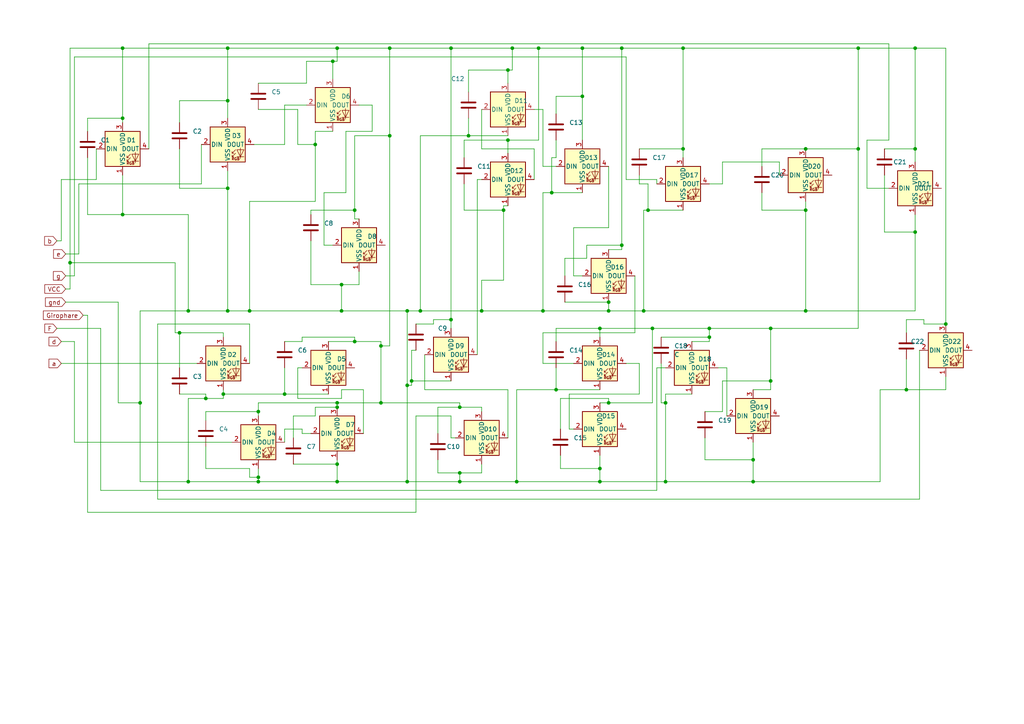
<source format=kicad_sch>
(kicad_sch (version 20230121) (generator eeschema)

  (uuid 55f1c24b-cebe-47aa-a73f-8e1366586ffa)

  (paper "A4")

  (lib_symbols
    (symbol "Device:C" (pin_numbers hide) (pin_names (offset 0.254)) (in_bom yes) (on_board yes)
      (property "Reference" "C" (at 0.635 2.54 0)
        (effects (font (size 1.27 1.27)) (justify left))
      )
      (property "Value" "C" (at 0.635 -2.54 0)
        (effects (font (size 1.27 1.27)) (justify left))
      )
      (property "Footprint" "" (at 0.9652 -3.81 0)
        (effects (font (size 1.27 1.27)) hide)
      )
      (property "Datasheet" "~" (at 0 0 0)
        (effects (font (size 1.27 1.27)) hide)
      )
      (property "ki_keywords" "cap capacitor" (at 0 0 0)
        (effects (font (size 1.27 1.27)) hide)
      )
      (property "ki_description" "Unpolarized capacitor" (at 0 0 0)
        (effects (font (size 1.27 1.27)) hide)
      )
      (property "ki_fp_filters" "C_*" (at 0 0 0)
        (effects (font (size 1.27 1.27)) hide)
      )
      (symbol "C_0_1"
        (polyline
          (pts
            (xy -2.032 -0.762)
            (xy 2.032 -0.762)
          )
          (stroke (width 0.508) (type default))
          (fill (type none))
        )
        (polyline
          (pts
            (xy -2.032 0.762)
            (xy 2.032 0.762)
          )
          (stroke (width 0.508) (type default))
          (fill (type none))
        )
      )
      (symbol "C_1_1"
        (pin passive line (at 0 3.81 270) (length 2.794)
          (name "~" (effects (font (size 1.27 1.27))))
          (number "1" (effects (font (size 1.27 1.27))))
        )
        (pin passive line (at 0 -3.81 90) (length 2.794)
          (name "~" (effects (font (size 1.27 1.27))))
          (number "2" (effects (font (size 1.27 1.27))))
        )
      )
    )
    (symbol "LED:SK6812" (pin_names (offset 0.254)) (in_bom yes) (on_board yes)
      (property "Reference" "D" (at 5.08 5.715 0)
        (effects (font (size 1.27 1.27)) (justify right bottom))
      )
      (property "Value" "SK6812" (at 1.27 -5.715 0)
        (effects (font (size 1.27 1.27)) (justify left top))
      )
      (property "Footprint" "LED_SMD:LED_SK6812_PLCC4_5.0x5.0mm_P3.2mm" (at 1.27 -7.62 0)
        (effects (font (size 1.27 1.27)) (justify left top) hide)
      )
      (property "Datasheet" "https://cdn-shop.adafruit.com/product-files/1138/SK6812+LED+datasheet+.pdf" (at 2.54 -9.525 0)
        (effects (font (size 1.27 1.27)) (justify left top) hide)
      )
      (property "ki_keywords" "RGB LED NeoPixel addressable" (at 0 0 0)
        (effects (font (size 1.27 1.27)) hide)
      )
      (property "ki_description" "RGB LED with integrated controller" (at 0 0 0)
        (effects (font (size 1.27 1.27)) hide)
      )
      (property "ki_fp_filters" "LED*SK6812*PLCC*5.0x5.0mm*P3.2mm*" (at 0 0 0)
        (effects (font (size 1.27 1.27)) hide)
      )
      (symbol "SK6812_0_0"
        (text "RGB" (at 2.286 -4.191 0)
          (effects (font (size 0.762 0.762)))
        )
      )
      (symbol "SK6812_0_1"
        (polyline
          (pts
            (xy 1.27 -3.556)
            (xy 1.778 -3.556)
          )
          (stroke (width 0) (type default))
          (fill (type none))
        )
        (polyline
          (pts
            (xy 1.27 -2.54)
            (xy 1.778 -2.54)
          )
          (stroke (width 0) (type default))
          (fill (type none))
        )
        (polyline
          (pts
            (xy 4.699 -3.556)
            (xy 2.667 -3.556)
          )
          (stroke (width 0) (type default))
          (fill (type none))
        )
        (polyline
          (pts
            (xy 2.286 -2.54)
            (xy 1.27 -3.556)
            (xy 1.27 -3.048)
          )
          (stroke (width 0) (type default))
          (fill (type none))
        )
        (polyline
          (pts
            (xy 2.286 -1.524)
            (xy 1.27 -2.54)
            (xy 1.27 -2.032)
          )
          (stroke (width 0) (type default))
          (fill (type none))
        )
        (polyline
          (pts
            (xy 3.683 -1.016)
            (xy 3.683 -3.556)
            (xy 3.683 -4.064)
          )
          (stroke (width 0) (type default))
          (fill (type none))
        )
        (polyline
          (pts
            (xy 4.699 -1.524)
            (xy 2.667 -1.524)
            (xy 3.683 -3.556)
            (xy 4.699 -1.524)
          )
          (stroke (width 0) (type default))
          (fill (type none))
        )
        (rectangle (start 5.08 5.08) (end -5.08 -5.08)
          (stroke (width 0.254) (type default))
          (fill (type background))
        )
      )
      (symbol "SK6812_1_1"
        (pin power_in line (at 0 -7.62 90) (length 2.54)
          (name "VSS" (effects (font (size 1.27 1.27))))
          (number "1" (effects (font (size 1.27 1.27))))
        )
        (pin input line (at -7.62 0 0) (length 2.54)
          (name "DIN" (effects (font (size 1.27 1.27))))
          (number "2" (effects (font (size 1.27 1.27))))
        )
        (pin power_in line (at 0 7.62 270) (length 2.54)
          (name "VDD" (effects (font (size 1.27 1.27))))
          (number "3" (effects (font (size 1.27 1.27))))
        )
        (pin output line (at 7.62 0 180) (length 2.54)
          (name "DOUT" (effects (font (size 1.27 1.27))))
          (number "4" (effects (font (size 1.27 1.27))))
        )
      )
    )
  )

  (junction (at 72.39 90.17) (diameter 0) (color 0 0 0 0)
    (uuid 022646d8-9b26-4440-9838-fb85f66d9aed)
  )
  (junction (at 193.04 139.7) (diameter 0) (color 0 0 0 0)
    (uuid 024d5080-ebf5-4301-a2a8-0e5086453568)
  )
  (junction (at 35.56 13.97) (diameter 0) (color 0 0 0 0)
    (uuid 0678f03e-d70d-4bd8-adbb-3494df44e39d)
  )
  (junction (at 66.04 29.21) (diameter 0) (color 0 0 0 0)
    (uuid 09ddbf79-2349-4c21-b8ac-b28324bf2877)
  )
  (junction (at 113.03 39.37) (diameter 0) (color 0 0 0 0)
    (uuid 0ec4a940-d4d1-4c47-b6ec-22a0dd39a595)
  )
  (junction (at 218.44 133.35) (diameter 0) (color 0 0 0 0)
    (uuid 104ed8cb-9505-4c12-97f5-bd797ebcf516)
  )
  (junction (at 20.32 76.2) (diameter 0) (color 0 0 0 0)
    (uuid 1078597a-2c1b-4769-bcec-aa6c01aef206)
  )
  (junction (at 54.61 90.17) (diameter 0) (color 0 0 0 0)
    (uuid 14081634-6c6f-4168-a635-8093d7338ea6)
  )
  (junction (at 74.93 138.43) (diameter 0) (color 0 0 0 0)
    (uuid 149765a3-0e93-47d6-a461-9ba75535e903)
  )
  (junction (at 133.35 139.7) (diameter 0) (color 0 0 0 0)
    (uuid 1cb6e00b-56d5-4fbb-95f4-dff949bf5014)
  )
  (junction (at 147.32 40.64) (diameter 0) (color 0 0 0 0)
    (uuid 1d6f6afe-b53f-4f02-abc8-340949c87b30)
  )
  (junction (at 205.74 97.79) (diameter 0) (color 0 0 0 0)
    (uuid 2044e248-1572-4daa-b2a3-5279e418791a)
  )
  (junction (at 186.69 90.17) (diameter 0) (color 0 0 0 0)
    (uuid 2e86fd1d-720d-450d-8fea-c76077e19bd3)
  )
  (junction (at 59.69 115.57) (diameter 0) (color 0 0 0 0)
    (uuid 2fe3c816-6dc5-4235-bc58-7b88eee59b9d)
  )
  (junction (at 173.99 139.7) (diameter 0) (color 0 0 0 0)
    (uuid 3184301e-3c00-40ed-892e-00912fb47a3b)
  )
  (junction (at 130.81 13.97) (diameter 0) (color 0 0 0 0)
    (uuid 31a93fe3-e4b3-4120-a59e-65850a81e0db)
  )
  (junction (at 180.34 71.12) (diameter 0) (color 0 0 0 0)
    (uuid 340c341e-f985-4bb0-b95c-e11148fb1109)
  )
  (junction (at 139.7 90.17) (diameter 0) (color 0 0 0 0)
    (uuid 390d33aa-dc43-45a4-b235-debeab0d34df)
  )
  (junction (at 223.52 95.25) (diameter 0) (color 0 0 0 0)
    (uuid 3a684248-7ba4-40ab-91e1-8c00f382957f)
  )
  (junction (at 102.87 99.06) (diameter 0) (color 0 0 0 0)
    (uuid 4209c4b0-40e4-4d42-8d07-d5186b3e4dea)
  )
  (junction (at 54.61 139.7) (diameter 0) (color 0 0 0 0)
    (uuid 4658a44c-8476-4810-a70a-bd7e912560d7)
  )
  (junction (at 97.79 139.7) (diameter 0) (color 0 0 0 0)
    (uuid 4a6da42b-095b-4c89-86c0-3e9fbab73af4)
  )
  (junction (at 176.53 116.84) (diameter 0) (color 0 0 0 0)
    (uuid 4afac182-327a-4965-af3f-bd017ece241d)
  )
  (junction (at 160.02 55.88) (diameter 0) (color 0 0 0 0)
    (uuid 4b27e2ad-c171-4fb8-8ce5-ae45430f9a10)
  )
  (junction (at 96.52 17.78) (diameter 0) (color 0 0 0 0)
    (uuid 4b520225-beb0-40b0-84f0-c2334b61adeb)
  )
  (junction (at 64.77 114.3) (diameter 0) (color 0 0 0 0)
    (uuid 4ed529d4-6143-4dc8-b8f8-76b75aecfbe1)
  )
  (junction (at 118.11 139.7) (diameter 0) (color 0 0 0 0)
    (uuid 51ab4710-12e5-4496-9f09-dc8dd6f47f42)
  )
  (junction (at 193.04 116.84) (diameter 0) (color 0 0 0 0)
    (uuid 533df735-6676-4e0f-9463-da0f4a18dcbf)
  )
  (junction (at 233.68 43.18) (diameter 0) (color 0 0 0 0)
    (uuid 546655da-255c-4c29-ad0c-5d11778b450f)
  )
  (junction (at 205.74 95.25) (diameter 0) (color 0 0 0 0)
    (uuid 55ea9141-a93f-4468-96cd-661eb4f64e1e)
  )
  (junction (at 262.89 113.03) (diameter 0) (color 0 0 0 0)
    (uuid 5b0f4944-e8d1-411d-9ca1-533b95203536)
  )
  (junction (at 173.99 95.25) (diameter 0) (color 0 0 0 0)
    (uuid 5bd877d1-ea72-49fe-8142-d2922380b0a2)
  )
  (junction (at 99.06 82.55) (diameter 0) (color 0 0 0 0)
    (uuid 5dc576d2-4f4d-4bf4-bd5c-04449b71e680)
  )
  (junction (at 265.43 43.18) (diameter 0) (color 0 0 0 0)
    (uuid 5fef6092-887f-4d85-813a-8a7ca6f3485d)
  )
  (junction (at 168.91 13.97) (diameter 0) (color 0 0 0 0)
    (uuid 63c91ec2-8c8c-4304-be88-6fcfb093e9f8)
  )
  (junction (at 168.91 27.94) (diameter 0) (color 0 0 0 0)
    (uuid 68942d88-8869-44fa-851e-c481b2f9508d)
  )
  (junction (at 149.86 139.7) (diameter 0) (color 0 0 0 0)
    (uuid 6df8d424-c6cf-4417-b303-940077726574)
  )
  (junction (at 135.89 39.37) (diameter 0) (color 0 0 0 0)
    (uuid 70db23f0-f8b0-4bf4-a631-f566311fef0a)
  )
  (junction (at 233.68 60.96) (diameter 0) (color 0 0 0 0)
    (uuid 732bbad9-fe49-4389-bec4-38517f47bfb2)
  )
  (junction (at 198.12 13.97) (diameter 0) (color 0 0 0 0)
    (uuid 7410c79f-01d7-4e4a-9497-7576bf410f14)
  )
  (junction (at 118.11 111.76) (diameter 0) (color 0 0 0 0)
    (uuid 78ee76b4-e7be-46c7-94e9-247a4bfd210b)
  )
  (junction (at 97.79 118.11) (diameter 0) (color 0 0 0 0)
    (uuid 81beeab9-71a9-4ed0-9287-e46af69d4d74)
  )
  (junction (at 148.59 13.97) (diameter 0) (color 0 0 0 0)
    (uuid 84066379-927b-4485-8056-1fb7bbc11f7f)
  )
  (junction (at 218.44 139.7) (diameter 0) (color 0 0 0 0)
    (uuid 87aaf82d-07ca-46e3-8cee-3610cbf11c38)
  )
  (junction (at 35.56 34.29) (diameter 0) (color 0 0 0 0)
    (uuid 87efa645-17f7-4068-b178-6316eeb0f3db)
  )
  (junction (at 187.96 60.96) (diameter 0) (color 0 0 0 0)
    (uuid 88393ace-6eb4-4daf-a3a7-13e140d7f4c8)
  )
  (junction (at 161.29 113.03) (diameter 0) (color 0 0 0 0)
    (uuid 8e231c2d-4910-42e9-a6db-14cecea14b83)
  )
  (junction (at 121.92 90.17) (diameter 0) (color 0 0 0 0)
    (uuid 8ff0a23c-a55b-4be7-9959-caaf903566d5)
  )
  (junction (at 198.12 43.18) (diameter 0) (color 0 0 0 0)
    (uuid 906df7a3-1219-4121-8e97-d6a5457e382f)
  )
  (junction (at 35.56 62.23) (diameter 0) (color 0 0 0 0)
    (uuid 90dfd9b0-84c7-43a8-b3e2-37cccfff73be)
  )
  (junction (at 66.04 90.17) (diameter 0) (color 0 0 0 0)
    (uuid 90ed7dd8-7f3a-4828-90c5-9de6a3fbf289)
  )
  (junction (at 176.53 90.17) (diameter 0) (color 0 0 0 0)
    (uuid 98fad83a-a8d2-471f-a6da-e5b909c6f59d)
  )
  (junction (at 146.05 60.96) (diameter 0) (color 0 0 0 0)
    (uuid 99ad82d4-4ad9-42a2-b6bc-73703e9fd51b)
  )
  (junction (at 97.79 13.97) (diameter 0) (color 0 0 0 0)
    (uuid 9c090748-fc42-419b-a660-8ea3910aec58)
  )
  (junction (at 110.49 100.33) (diameter 0) (color 0 0 0 0)
    (uuid 9c1e608f-8aa4-4885-9fca-d141303ad30f)
  )
  (junction (at 265.43 13.97) (diameter 0) (color 0 0 0 0)
    (uuid a099252b-9088-42ba-bc3e-04300978f96b)
  )
  (junction (at 274.32 93.98) (diameter 0) (color 0 0 0 0)
    (uuid a3b34586-d54d-4e8b-9fdf-863cc4a66106)
  )
  (junction (at 180.34 13.97) (diameter 0) (color 0 0 0 0)
    (uuid a92b453b-ccc3-42d3-932e-f6ecb2cc9e38)
  )
  (junction (at 97.79 116.84) (diameter 0) (color 0 0 0 0)
    (uuid ae0c33b4-2319-4bd8-9788-bc9717606d9e)
  )
  (junction (at 189.23 95.25) (diameter 0) (color 0 0 0 0)
    (uuid ae2b63df-cc82-4ea4-9a07-ffeec931e6aa)
  )
  (junction (at 118.11 90.17) (diameter 0) (color 0 0 0 0)
    (uuid ae76a53e-cb5e-4f06-8b55-374cb89f802a)
  )
  (junction (at 110.49 116.84) (diameter 0) (color 0 0 0 0)
    (uuid b3c07b5a-d326-4198-a065-8fe64fd22809)
  )
  (junction (at 82.55 114.3) (diameter 0) (color 0 0 0 0)
    (uuid b9a18860-323f-4935-bbfa-2e0fdc626649)
  )
  (junction (at 102.87 60.96) (diameter 0) (color 0 0 0 0)
    (uuid bc3d27d3-33b5-4c79-bb18-6c0218a055b6)
  )
  (junction (at 248.92 43.18) (diameter 0) (color 0 0 0 0)
    (uuid bfe65852-594c-487e-9ee7-7275158fc275)
  )
  (junction (at 74.93 119.38) (diameter 0) (color 0 0 0 0)
    (uuid c0d9acc0-5415-4bea-9104-be1b2c8ceb76)
  )
  (junction (at 176.53 87.63) (diameter 0) (color 0 0 0 0)
    (uuid c1ecf488-813b-440d-91b0-47e707fcb8a9)
  )
  (junction (at 133.35 118.11) (diameter 0) (color 0 0 0 0)
    (uuid c9ef15d7-0484-41d4-974d-8f67ac3b8bd4)
  )
  (junction (at 223.52 110.49) (diameter 0) (color 0 0 0 0)
    (uuid cabca66d-8cce-46d8-bb06-47aca57b343d)
  )
  (junction (at 91.44 41.91) (diameter 0) (color 0 0 0 0)
    (uuid d0b5280e-d709-42b9-a78d-91dbb5133546)
  )
  (junction (at 130.81 92.71) (diameter 0) (color 0 0 0 0)
    (uuid d200090e-b96a-4c63-b428-355cfff76749)
  )
  (junction (at 52.07 96.52) (diameter 0) (color 0 0 0 0)
    (uuid da3e5b82-c574-42e5-bd6f-623a1df13f76)
  )
  (junction (at 265.43 67.31) (diameter 0) (color 0 0 0 0)
    (uuid e13c2a6a-0334-47db-9792-be1e06813e08)
  )
  (junction (at 147.32 20.32) (diameter 0) (color 0 0 0 0)
    (uuid e240630a-6771-4e5e-b717-8ce6b6ed7acd)
  )
  (junction (at 233.68 90.17) (diameter 0) (color 0 0 0 0)
    (uuid e39d2909-1537-4b26-bd1a-4ac7a798b93a)
  )
  (junction (at 133.35 137.16) (diameter 0) (color 0 0 0 0)
    (uuid e5e4d0e9-9062-44dc-a474-67517690801d)
  )
  (junction (at 40.64 116.84) (diameter 0) (color 0 0 0 0)
    (uuid e61f7a76-5e4f-4db2-b3e6-fc993315bd99)
  )
  (junction (at 157.48 90.17) (diameter 0) (color 0 0 0 0)
    (uuid e9777087-4f8d-440b-b4b2-9bae4901be4a)
  )
  (junction (at 66.04 13.97) (diameter 0) (color 0 0 0 0)
    (uuid eb17b9f6-9c8f-4b26-acfb-e75b22f8ea41)
  )
  (junction (at 74.93 139.7) (diameter 0) (color 0 0 0 0)
    (uuid ed41760d-9893-4cbc-972b-3ba3feed5429)
  )
  (junction (at 99.06 90.17) (diameter 0) (color 0 0 0 0)
    (uuid edb2e8aa-e4a4-44c8-b15d-7d86803c7f77)
  )
  (junction (at 66.04 54.61) (diameter 0) (color 0 0 0 0)
    (uuid f5a2af84-bf29-4d7d-8fca-9d0ea8c6ddd9)
  )
  (junction (at 97.79 134.62) (diameter 0) (color 0 0 0 0)
    (uuid f875cd2c-762f-4e5f-b8da-1b4592cc1517)
  )
  (junction (at 113.03 13.97) (diameter 0) (color 0 0 0 0)
    (uuid f9fe1e03-62d8-4106-992e-2e1202b09aaa)
  )
  (junction (at 156.21 13.97) (diameter 0) (color 0 0 0 0)
    (uuid fb29839f-42e4-47f9-9614-d688440d8c98)
  )
  (junction (at 173.99 135.89) (diameter 0) (color 0 0 0 0)
    (uuid fbdfb9ea-faa8-47dd-b09e-551c6cf392ce)
  )
  (junction (at 119.38 110.49) (diameter 0) (color 0 0 0 0)
    (uuid ff5bb560-67cf-472c-9d3d-a39e3c0e0d6c)
  )
  (junction (at 248.92 13.97) (diameter 0) (color 0 0 0 0)
    (uuid ffcf020d-15f7-4cef-b01b-560e385c2313)
  )

  (wire (pts (xy 265.43 67.31) (xy 265.43 90.17))
    (stroke (width 0) (type default))
    (uuid 013f978c-2d7e-4f96-abdc-3b676f568413)
  )
  (wire (pts (xy 168.91 13.97) (xy 168.91 27.94))
    (stroke (width 0) (type default))
    (uuid 0188f6f0-9b07-4598-86ad-645389af7eed)
  )
  (wire (pts (xy 90.17 60.96) (xy 102.87 60.96))
    (stroke (width 0) (type default))
    (uuid 0221111e-625c-4326-8ea2-abbc98fb24b7)
  )
  (wire (pts (xy 166.37 66.04) (xy 166.37 80.01))
    (stroke (width 0) (type default))
    (uuid 02ca4ff6-7f41-4d10-8167-636554762851)
  )
  (wire (pts (xy 148.59 13.97) (xy 148.59 20.32))
    (stroke (width 0) (type default))
    (uuid 02edf3ad-555b-4730-9534-651bd1624a1c)
  )
  (wire (pts (xy 274.32 109.22) (xy 274.32 113.03))
    (stroke (width 0) (type default))
    (uuid 0339e1f6-5a63-424d-9d80-a8610ebe892a)
  )
  (wire (pts (xy 50.8 76.2) (xy 50.8 96.52))
    (stroke (width 0) (type default))
    (uuid 046954d9-976a-48dd-a03f-eed83f85c113)
  )
  (wire (pts (xy 59.69 114.3) (xy 59.69 115.57))
    (stroke (width 0) (type default))
    (uuid 04c250ec-039e-4d36-9b3c-34df5bb44dd2)
  )
  (wire (pts (xy 119.38 110.49) (xy 130.81 110.49))
    (stroke (width 0) (type default))
    (uuid 053b99f9-c432-4a91-8a8c-31071f6c9b05)
  )
  (wire (pts (xy 161.29 95.25) (xy 161.29 99.06))
    (stroke (width 0) (type default))
    (uuid 05bb3523-9778-4ec2-9889-d206a85206b4)
  )
  (wire (pts (xy 17.78 52.07) (xy 17.78 69.85))
    (stroke (width 0) (type default))
    (uuid 06148db6-e2cb-47a9-b8ff-5003319dc940)
  )
  (wire (pts (xy 96.52 17.78) (xy 96.52 22.86))
    (stroke (width 0) (type default))
    (uuid 06a61f2b-9094-4e92-9bdb-07676bec8fc8)
  )
  (wire (pts (xy 85.09 127) (xy 85.09 120.65))
    (stroke (width 0) (type default))
    (uuid 078edd00-82d9-4f7f-9fba-201aeab5f4eb)
  )
  (wire (pts (xy 220.98 43.18) (xy 220.98 48.26))
    (stroke (width 0) (type default))
    (uuid 083a96a1-6b96-4b77-b4f9-93c45f65a713)
  )
  (wire (pts (xy 134.62 40.64) (xy 147.32 40.64))
    (stroke (width 0) (type default))
    (uuid 087ddc90-f3ac-431f-9a42-6ef9d7c6255c)
  )
  (wire (pts (xy 139.7 90.17) (xy 157.48 90.17))
    (stroke (width 0) (type default))
    (uuid 08e14384-a026-4bd6-95a2-54a1a45a84f2)
  )
  (wire (pts (xy 105.41 113.03) (xy 99.06 113.03))
    (stroke (width 0) (type default))
    (uuid 09476365-84a2-42aa-9e1f-5ac9e3a7cd41)
  )
  (wire (pts (xy 198.12 43.18) (xy 198.12 45.72))
    (stroke (width 0) (type default))
    (uuid 095f8cb2-6c95-4790-8c58-2592ceda3383)
  )
  (wire (pts (xy 34.29 116.84) (xy 40.64 116.84))
    (stroke (width 0) (type default))
    (uuid 09d58cd9-0fe1-46d7-b33f-f5ed9093e839)
  )
  (wire (pts (xy 173.99 95.25) (xy 189.23 95.25))
    (stroke (width 0) (type default))
    (uuid 0a273c7c-0015-40e1-ac10-2e64996ae8e0)
  )
  (wire (pts (xy 21.59 16.51) (xy 21.59 80.01))
    (stroke (width 0) (type default))
    (uuid 0a5e1860-88fa-44bf-97e0-e755bfd4cc17)
  )
  (wire (pts (xy 165.1 114.3) (xy 165.1 124.46))
    (stroke (width 0) (type default))
    (uuid 0ac925c0-81e1-47db-91e5-096f01c5d69c)
  )
  (wire (pts (xy 168.91 55.88) (xy 160.02 55.88))
    (stroke (width 0) (type default))
    (uuid 0ad44d49-530a-4d50-9694-a372291082d5)
  )
  (wire (pts (xy 162.56 132.08) (xy 162.56 135.89))
    (stroke (width 0) (type default))
    (uuid 0adf5a9b-ad91-4569-8583-69a72f6068ce)
  )
  (wire (pts (xy 265.43 13.97) (xy 265.43 43.18))
    (stroke (width 0) (type default))
    (uuid 0c27c442-4d85-4e78-8f91-e6706f3b81b4)
  )
  (wire (pts (xy 66.04 90.17) (xy 72.39 90.17))
    (stroke (width 0) (type default))
    (uuid 0c2c0edb-3c9f-470f-9afa-e1734ad4dd6b)
  )
  (wire (pts (xy 86.36 106.68) (xy 87.63 106.68))
    (stroke (width 0) (type default))
    (uuid 0cee9642-cfa3-44cc-8968-69111a7c9330)
  )
  (wire (pts (xy 266.7 144.78) (xy 266.7 101.6))
    (stroke (width 0) (type default))
    (uuid 0dd294bb-d77c-44fe-8ae7-b4df0bea03e2)
  )
  (wire (pts (xy 74.93 119.38) (xy 74.93 120.65))
    (stroke (width 0) (type default))
    (uuid 0e96d75e-464f-4719-b795-751c698e60e3)
  )
  (wire (pts (xy 256.54 43.18) (xy 265.43 43.18))
    (stroke (width 0) (type default))
    (uuid 0f5fadb1-1874-4db0-a41d-62271c55135b)
  )
  (wire (pts (xy 146.05 59.69) (xy 146.05 60.96))
    (stroke (width 0) (type default))
    (uuid 1067a7df-afa5-461c-9e04-b14ffd97969e)
  )
  (wire (pts (xy 35.56 13.97) (xy 35.56 34.29))
    (stroke (width 0) (type default))
    (uuid 108456d9-2e33-40d3-84f0-c68e4987ac16)
  )
  (wire (pts (xy 176.53 90.17) (xy 186.69 90.17))
    (stroke (width 0) (type default))
    (uuid 10a86e9b-dd68-4b9b-bd7e-5c0d2a724acc)
  )
  (wire (pts (xy 118.11 90.17) (xy 121.92 90.17))
    (stroke (width 0) (type default))
    (uuid 10d67c49-555e-477d-bf3a-0c0926643947)
  )
  (wire (pts (xy 180.34 72.39) (xy 180.34 71.12))
    (stroke (width 0) (type default))
    (uuid 1341d14f-c8d9-4941-8068-0f469b43de0b)
  )
  (wire (pts (xy 223.52 113.03) (xy 218.44 113.03))
    (stroke (width 0) (type default))
    (uuid 137b4fc3-c837-45bd-abee-2a924f05f0ca)
  )
  (wire (pts (xy 19.05 80.01) (xy 21.59 80.01))
    (stroke (width 0) (type default))
    (uuid 14c64512-3dc1-42f2-aed4-1e8c66121426)
  )
  (wire (pts (xy 157.48 31.75) (xy 157.48 48.26))
    (stroke (width 0) (type default))
    (uuid 15956bf2-9166-414b-a285-d8b2a1de95c2)
  )
  (wire (pts (xy 25.4 45.72) (xy 25.4 62.23))
    (stroke (width 0) (type default))
    (uuid 1664bfde-2fef-48e4-8d77-ff9af166505d)
  )
  (wire (pts (xy 97.79 139.7) (xy 118.11 139.7))
    (stroke (width 0) (type default))
    (uuid 17a30557-8bc3-475e-867f-60a47f67eb32)
  )
  (wire (pts (xy 17.78 105.41) (xy 57.15 105.41))
    (stroke (width 0) (type default))
    (uuid 18bd973c-5ab2-48ad-8667-717f7611d58e)
  )
  (wire (pts (xy 134.62 60.96) (xy 146.05 60.96))
    (stroke (width 0) (type default))
    (uuid 1913ea0d-ef76-4c50-ba3d-f91db578c453)
  )
  (wire (pts (xy 146.05 81.28) (xy 139.7 81.28))
    (stroke (width 0) (type default))
    (uuid 1af0e8c1-75ee-41d2-bcf4-9b355c372397)
  )
  (wire (pts (xy 120.65 120.65) (xy 120.65 148.59))
    (stroke (width 0) (type default))
    (uuid 1b54de68-6dc3-4e41-87b8-5f4cc9dba9d4)
  )
  (wire (pts (xy 161.29 113.03) (xy 173.99 113.03))
    (stroke (width 0) (type default))
    (uuid 1b791c2d-dd22-4b52-8cb6-1da0ae5ceda0)
  )
  (wire (pts (xy 25.4 91.44) (xy 25.4 148.59))
    (stroke (width 0) (type default))
    (uuid 1b8217c9-6271-43a9-aedb-86c2525ff03b)
  )
  (wire (pts (xy 139.7 43.18) (xy 139.7 31.75))
    (stroke (width 0) (type default))
    (uuid 1c3329a6-b4d4-46c0-a126-9dca0f23d96c)
  )
  (wire (pts (xy 72.39 58.42) (xy 72.39 90.17))
    (stroke (width 0) (type default))
    (uuid 1e8573e4-f010-4890-8c09-650f90952b55)
  )
  (wire (pts (xy 59.69 119.38) (xy 74.93 119.38))
    (stroke (width 0) (type default))
    (uuid 1f2ecde2-8ba9-4f5c-b578-7d775646c7b8)
  )
  (wire (pts (xy 176.53 72.39) (xy 180.34 72.39))
    (stroke (width 0) (type default))
    (uuid 1f840cc4-73da-4ef0-82c2-3b95f712acaa)
  )
  (wire (pts (xy 147.32 24.13) (xy 147.32 20.32))
    (stroke (width 0) (type default))
    (uuid 202d20b8-768b-493d-928f-5b6969e73eaf)
  )
  (wire (pts (xy 35.56 13.97) (xy 66.04 13.97))
    (stroke (width 0) (type default))
    (uuid 21608f8a-84a3-43c4-a136-9d559b299c37)
  )
  (wire (pts (xy 127 137.16) (xy 133.35 137.16))
    (stroke (width 0) (type default))
    (uuid 21905a60-c892-4faa-a5ef-461c749e1aa8)
  )
  (wire (pts (xy 40.64 139.7) (xy 54.61 139.7))
    (stroke (width 0) (type default))
    (uuid 22771a8b-24f6-4535-928e-16156b607e92)
  )
  (wire (pts (xy 66.04 29.21) (xy 66.04 34.29))
    (stroke (width 0) (type default))
    (uuid 24231a9b-bea4-4802-89d2-52ec65ad1ac8)
  )
  (wire (pts (xy 97.79 116.84) (xy 110.49 116.84))
    (stroke (width 0) (type default))
    (uuid 251c3c41-7eb2-472e-8c7f-bddc81fbfdbb)
  )
  (wire (pts (xy 105.41 125.73) (xy 105.41 113.03))
    (stroke (width 0) (type default))
    (uuid 25427b1c-8188-4ec3-9799-fb546b8e5163)
  )
  (wire (pts (xy 205.74 97.79) (xy 205.74 99.06))
    (stroke (width 0) (type default))
    (uuid 25a7df81-ecce-4c6a-82ea-7a23e3307276)
  )
  (wire (pts (xy 52.07 54.61) (xy 66.04 54.61))
    (stroke (width 0) (type default))
    (uuid 25fae68c-c637-4eb2-b6dc-0099e0acc0df)
  )
  (wire (pts (xy 161.29 33.02) (xy 161.29 27.94))
    (stroke (width 0) (type default))
    (uuid 261bdef7-07cf-459b-9333-139934d90867)
  )
  (wire (pts (xy 90.17 82.55) (xy 99.06 82.55))
    (stroke (width 0) (type default))
    (uuid 2730f7b1-0a23-4e4c-ad97-667b9fe256ed)
  )
  (wire (pts (xy 107.95 38.1) (xy 100.33 38.1))
    (stroke (width 0) (type default))
    (uuid 2742fdb6-1dcf-4f11-a772-1d35c1bfee7e)
  )
  (wire (pts (xy 100.33 38.1) (xy 100.33 55.88))
    (stroke (width 0) (type default))
    (uuid 27f2453f-959f-4c7f-9b21-ac3df7cb467f)
  )
  (wire (pts (xy 163.83 87.63) (xy 176.53 87.63))
    (stroke (width 0) (type default))
    (uuid 281c725d-53a1-4216-b438-353f1847f8e6)
  )
  (wire (pts (xy 97.79 139.7) (xy 97.79 134.62))
    (stroke (width 0) (type default))
    (uuid 2824bc63-d994-458f-b01e-ad82efa35ea1)
  )
  (wire (pts (xy 74.93 31.75) (xy 86.36 31.75))
    (stroke (width 0) (type default))
    (uuid 291864c1-3d33-4594-8046-ec1cf2acbfa8)
  )
  (wire (pts (xy 64.77 97.79) (xy 64.77 96.52))
    (stroke (width 0) (type default))
    (uuid 2b61fa57-502e-4e1f-a9f2-51150ddc7a1e)
  )
  (wire (pts (xy 59.69 129.54) (xy 59.69 135.89))
    (stroke (width 0) (type default))
    (uuid 2b7f38ff-a703-4f30-9fd1-c16af1e67976)
  )
  (wire (pts (xy 262.89 92.71) (xy 267.97 92.71))
    (stroke (width 0) (type default))
    (uuid 2c272ea7-90ea-45e2-a382-9eb90dd7f6dd)
  )
  (wire (pts (xy 154.94 31.75) (xy 157.48 31.75))
    (stroke (width 0) (type default))
    (uuid 2d12fa01-9cba-4892-98b9-71644d1fda4e)
  )
  (wire (pts (xy 205.74 95.25) (xy 205.74 97.79))
    (stroke (width 0) (type default))
    (uuid 2ef95bd9-3ea0-41d5-ad59-80ab4a39497e)
  )
  (wire (pts (xy 156.21 13.97) (xy 168.91 13.97))
    (stroke (width 0) (type default))
    (uuid 2fbea301-dfe5-46fb-b7ff-4de21d959d75)
  )
  (wire (pts (xy 255.27 113.03) (xy 255.27 139.7))
    (stroke (width 0) (type default))
    (uuid 3110cd4b-59f3-431d-9eeb-ccccc151fe8a)
  )
  (wire (pts (xy 133.35 116.84) (xy 110.49 116.84))
    (stroke (width 0) (type default))
    (uuid 31c41898-8a73-41d9-8c32-dbfdb3db9572)
  )
  (wire (pts (xy 200.66 114.3) (xy 193.04 114.3))
    (stroke (width 0) (type default))
    (uuid 31d94f94-b297-4a18-b9c0-f9de7f2bbed8)
  )
  (wire (pts (xy 121.92 39.37) (xy 135.89 39.37))
    (stroke (width 0) (type default))
    (uuid 32412df3-60bb-44b6-bc65-5fe45458078f)
  )
  (wire (pts (xy 187.96 60.96) (xy 186.69 60.96))
    (stroke (width 0) (type default))
    (uuid 33aad04a-3ca8-4d0d-8e83-e1c4dd04f984)
  )
  (wire (pts (xy 66.04 13.97) (xy 66.04 29.21))
    (stroke (width 0) (type default))
    (uuid 33ed836b-bca2-429a-a907-c66fdb4fa24e)
  )
  (wire (pts (xy 87.63 99.06) (xy 87.63 97.79))
    (stroke (width 0) (type default))
    (uuid 347a102f-d036-4908-bbff-0bb434940360)
  )
  (wire (pts (xy 73.66 41.91) (xy 82.55 41.91))
    (stroke (width 0) (type default))
    (uuid 3492a7d0-b778-4528-aab8-89eb94c1259e)
  )
  (wire (pts (xy 184.15 96.52) (xy 184.15 80.01))
    (stroke (width 0) (type default))
    (uuid 385f7fc0-e362-4496-a410-24dd9b240f1c)
  )
  (wire (pts (xy 209.55 110.49) (xy 223.52 110.49))
    (stroke (width 0) (type default))
    (uuid 38fd305f-0acb-4609-b150-d2964b9ccf4b)
  )
  (wire (pts (xy 162.56 115.57) (xy 176.53 115.57))
    (stroke (width 0) (type default))
    (uuid 3b04dbfd-dd4f-4307-b62a-7076904388e7)
  )
  (wire (pts (xy 248.92 43.18) (xy 248.92 95.25))
    (stroke (width 0) (type default))
    (uuid 3b673f63-400c-4104-8524-08ce7a634d18)
  )
  (wire (pts (xy 185.42 114.3) (xy 165.1 114.3))
    (stroke (width 0) (type default))
    (uuid 3cc7a00c-ef6a-4f6d-932d-275d5d626664)
  )
  (wire (pts (xy 209.55 119.38) (xy 209.55 110.49))
    (stroke (width 0) (type default))
    (uuid 3d936b20-2fd9-4446-8cd2-a039a5761d0e)
  )
  (wire (pts (xy 265.43 62.23) (xy 265.43 67.31))
    (stroke (width 0) (type default))
    (uuid 3e7f78c7-da12-4069-8794-6269299a5329)
  )
  (wire (pts (xy 267.97 93.98) (xy 274.32 93.98))
    (stroke (width 0) (type default))
    (uuid 3ef829b3-b37a-4019-9528-5bb3d6021c6a)
  )
  (wire (pts (xy 200.66 99.06) (xy 205.74 99.06))
    (stroke (width 0) (type default))
    (uuid 3efab904-e998-4aab-a1a8-ee2aba20b522)
  )
  (wire (pts (xy 248.92 95.25) (xy 223.52 95.25))
    (stroke (width 0) (type default))
    (uuid 409ee21c-fc09-4d5f-9dfd-1c0493398fa9)
  )
  (wire (pts (xy 16.51 95.25) (xy 29.21 95.25))
    (stroke (width 0) (type default))
    (uuid 40b1e8c8-a291-4bca-9c4a-1facccc4a28b)
  )
  (wire (pts (xy 104.14 30.48) (xy 107.95 30.48))
    (stroke (width 0) (type default))
    (uuid 40d650db-0a57-42cc-80a3-589e5af9dfd7)
  )
  (wire (pts (xy 162.56 135.89) (xy 173.99 135.89))
    (stroke (width 0) (type default))
    (uuid 42c7b752-7d83-456e-bfdf-8a18de273c4c)
  )
  (wire (pts (xy 113.03 39.37) (xy 113.03 100.33))
    (stroke (width 0) (type default))
    (uuid 42d61193-1c27-40fb-95cf-0cf2457ad959)
  )
  (wire (pts (xy 193.04 106.68) (xy 190.5 106.68))
    (stroke (width 0) (type default))
    (uuid 43207307-b598-4613-82e5-0d1e0871e3fc)
  )
  (wire (pts (xy 160.02 45.72) (xy 160.02 55.88))
    (stroke (width 0) (type default))
    (uuid 43e9451f-e105-465f-b3a0-e7a2e9a55155)
  )
  (wire (pts (xy 97.79 13.97) (xy 113.03 13.97))
    (stroke (width 0) (type default))
    (uuid 4521307f-c5b2-4c01-a369-fb725700e3f0)
  )
  (wire (pts (xy 54.61 139.7) (xy 74.93 139.7))
    (stroke (width 0) (type default))
    (uuid 4584dc25-9265-4f6b-984b-09ac8dc8d14d)
  )
  (wire (pts (xy 157.48 105.41) (xy 166.37 105.41))
    (stroke (width 0) (type default))
    (uuid 4677eec8-1319-456b-8969-9e66f5645cff)
  )
  (wire (pts (xy 59.69 135.89) (xy 72.39 135.89))
    (stroke (width 0) (type default))
    (uuid 46d947ba-a16f-4c0c-94f5-f643c0616cbe)
  )
  (wire (pts (xy 193.04 139.7) (xy 173.99 139.7))
    (stroke (width 0) (type default))
    (uuid 474f5380-d801-48a5-b0f9-622c0bd44e35)
  )
  (wire (pts (xy 251.46 54.61) (xy 257.81 54.61))
    (stroke (width 0) (type default))
    (uuid 480e842b-6de2-464b-839d-52053389ddb8)
  )
  (wire (pts (xy 130.81 13.97) (xy 148.59 13.97))
    (stroke (width 0) (type default))
    (uuid 48460b84-7ed7-4035-b50d-3d8145b716c1)
  )
  (wire (pts (xy 191.77 116.84) (xy 193.04 116.84))
    (stroke (width 0) (type default))
    (uuid 48ce23e4-6ce4-4e2b-8c5a-e0e291f21cea)
  )
  (wire (pts (xy 50.8 96.52) (xy 52.07 96.52))
    (stroke (width 0) (type default))
    (uuid 4975bd95-8954-40c3-8372-100f08274496)
  )
  (wire (pts (xy 87.63 124.46) (xy 87.63 125.73))
    (stroke (width 0) (type default))
    (uuid 4a66f458-8b7e-453d-bd06-0f199c1e65ea)
  )
  (wire (pts (xy 256.54 50.8) (xy 256.54 67.31))
    (stroke (width 0) (type default))
    (uuid 4c2fb00b-7e24-469f-906f-7d30735d1e70)
  )
  (wire (pts (xy 180.34 13.97) (xy 180.34 71.12))
    (stroke (width 0) (type default))
    (uuid 4c4cf205-7c52-4cc5-92ce-769316c1bff0)
  )
  (wire (pts (xy 25.4 148.59) (xy 120.65 148.59))
    (stroke (width 0) (type default))
    (uuid 4d0c8e6f-be2d-4c83-8cc9-d63b8f62ea54)
  )
  (wire (pts (xy 176.53 48.26) (xy 176.53 66.04))
    (stroke (width 0) (type default))
    (uuid 4d767b14-771f-47bc-b64e-a83bb4132696)
  )
  (wire (pts (xy 64.77 96.52) (xy 52.07 96.52))
    (stroke (width 0) (type default))
    (uuid 4d8a4668-ebef-4ffe-a7b9-ba811edd60bc)
  )
  (wire (pts (xy 21.59 128.27) (xy 21.59 99.06))
    (stroke (width 0) (type default))
    (uuid 4da4cf60-0502-4958-ad16-7219af17529c)
  )
  (wire (pts (xy 87.63 125.73) (xy 90.17 125.73))
    (stroke (width 0) (type default))
    (uuid 4dff3b01-200e-445e-9707-f642f6353bae)
  )
  (wire (pts (xy 74.93 24.13) (xy 88.9 24.13))
    (stroke (width 0) (type default))
    (uuid 5005b40d-02d0-494c-a9a4-317b8f1b3418)
  )
  (wire (pts (xy 147.32 20.32) (xy 148.59 20.32))
    (stroke (width 0) (type default))
    (uuid 5132a9e9-a92d-4ec5-994e-4e5162eb3bfa)
  )
  (wire (pts (xy 157.48 90.17) (xy 176.53 90.17))
    (stroke (width 0) (type default))
    (uuid 51bc4b75-d227-4109-aede-fd914cba869b)
  )
  (wire (pts (xy 163.83 80.01) (xy 163.83 74.93))
    (stroke (width 0) (type default))
    (uuid 53fc55c1-6331-4203-ab8b-bad2ec4ef255)
  )
  (wire (pts (xy 233.68 60.96) (xy 233.68 90.17))
    (stroke (width 0) (type default))
    (uuid 544a45cc-48cd-44c3-a36f-65b24ab3d058)
  )
  (wire (pts (xy 74.93 116.84) (xy 74.93 119.38))
    (stroke (width 0) (type default))
    (uuid 56b9694b-0134-4a13-bf58-d8cc3c920ded)
  )
  (wire (pts (xy 149.86 113.03) (xy 161.29 113.03))
    (stroke (width 0) (type default))
    (uuid 5763e2c3-4cf3-4cdf-ab49-826842558dff)
  )
  (wire (pts (xy 95.25 99.06) (xy 102.87 99.06))
    (stroke (width 0) (type default))
    (uuid 57685b83-1c2a-4932-894d-483fc04b7c60)
  )
  (wire (pts (xy 16.51 69.85) (xy 17.78 69.85))
    (stroke (width 0) (type default))
    (uuid 58ea5c6c-27d1-45b4-af5b-92a199b5ab48)
  )
  (wire (pts (xy 88.9 17.78) (xy 96.52 17.78))
    (stroke (width 0) (type default))
    (uuid 5a2528c1-a32d-4aa7-b013-e613077695e9)
  )
  (wire (pts (xy 205.74 95.25) (xy 223.52 95.25))
    (stroke (width 0) (type default))
    (uuid 5a39f999-367d-4b28-9c2f-2d484331c3f9)
  )
  (wire (pts (xy 86.36 31.75) (xy 86.36 41.91))
    (stroke (width 0) (type default))
    (uuid 5b7b7dc1-daa3-4b7b-a39d-686058920bb4)
  )
  (wire (pts (xy 204.47 119.38) (xy 209.55 119.38))
    (stroke (width 0) (type default))
    (uuid 5ce9111a-9e37-4c58-a8f4-c82b04f56fd4)
  )
  (wire (pts (xy 130.81 92.71) (xy 130.81 95.25))
    (stroke (width 0) (type default))
    (uuid 5d080a28-3b7e-4fde-bda9-a8a86986102d)
  )
  (wire (pts (xy 187.96 60.96) (xy 198.12 60.96))
    (stroke (width 0) (type default))
    (uuid 5d5a75a7-6ea7-4631-8bc8-39056180c84b)
  )
  (wire (pts (xy 139.7 119.38) (xy 139.7 118.11))
    (stroke (width 0) (type default))
    (uuid 5d833965-7134-47d1-9ca5-5e7add31ac06)
  )
  (wire (pts (xy 181.61 105.41) (xy 185.42 105.41))
    (stroke (width 0) (type default))
    (uuid 5e95c7e7-26d5-45a8-bc70-be657cc0ef4c)
  )
  (wire (pts (xy 161.29 40.64) (xy 161.29 45.72))
    (stroke (width 0) (type default))
    (uuid 5ebf7dde-c450-4bd8-9e62-0540355d77c1)
  )
  (wire (pts (xy 29.21 142.24) (xy 29.21 95.25))
    (stroke (width 0) (type default))
    (uuid 5ef22073-aa47-47cb-bcb9-5f4cc5729f75)
  )
  (wire (pts (xy 99.06 113.03) (xy 99.06 115.57))
    (stroke (width 0) (type default))
    (uuid 5f047b4d-f692-4db9-b0f7-fcebc5c4ca11)
  )
  (wire (pts (xy 25.4 34.29) (xy 25.4 38.1))
    (stroke (width 0) (type default))
    (uuid 5f1b3e2f-6568-49c9-b729-0568835cfd2d)
  )
  (wire (pts (xy 130.81 127) (xy 130.81 120.65))
    (stroke (width 0) (type default))
    (uuid 5f3214d6-25a8-4b1a-ab97-90c21b4d0b4b)
  )
  (wire (pts (xy 40.64 90.17) (xy 40.64 116.84))
    (stroke (width 0) (type default))
    (uuid 5f322877-dfe1-4241-b095-0af705c61e8e)
  )
  (wire (pts (xy 20.32 13.97) (xy 20.32 76.2))
    (stroke (width 0) (type default))
    (uuid 5fb00171-3ca6-40a6-957f-140355f92b6b)
  )
  (wire (pts (xy 146.05 60.96) (xy 146.05 81.28))
    (stroke (width 0) (type default))
    (uuid 5fea3f78-ee27-42f6-beae-6fa93e848975)
  )
  (wire (pts (xy 156.21 13.97) (xy 156.21 40.64))
    (stroke (width 0) (type default))
    (uuid 614af5fa-7945-4e89-9619-5a5cf6273a42)
  )
  (wire (pts (xy 138.43 52.07) (xy 139.7 52.07))
    (stroke (width 0) (type default))
    (uuid 619ca645-ef82-49ed-abcf-10c7e0430674)
  )
  (wire (pts (xy 265.43 13.97) (xy 274.32 13.97))
    (stroke (width 0) (type default))
    (uuid 623b6b3c-4161-4e47-8eb5-9cca02f71750)
  )
  (wire (pts (xy 147.32 113.03) (xy 123.19 113.03))
    (stroke (width 0) (type default))
    (uuid 62b39d50-f040-4990-822e-a7e44fcdb501)
  )
  (wire (pts (xy 157.48 96.52) (xy 157.48 105.41))
    (stroke (width 0) (type default))
    (uuid 630939df-dc8d-497a-9826-d4c3625d464b)
  )
  (wire (pts (xy 104.14 82.55) (xy 99.06 82.55))
    (stroke (width 0) (type default))
    (uuid 641ce8ea-933c-4996-b5bb-cb3140ace380)
  )
  (wire (pts (xy 17.78 99.06) (xy 21.59 99.06))
    (stroke (width 0) (type default))
    (uuid 6558e53a-4532-475a-9240-d800215fcddb)
  )
  (wire (pts (xy 139.7 118.11) (xy 133.35 118.11))
    (stroke (width 0) (type default))
    (uuid 67607ee7-293f-4c86-8aee-c49325c65218)
  )
  (wire (pts (xy 135.89 34.29) (xy 135.89 39.37))
    (stroke (width 0) (type default))
    (uuid 6855f6f1-a03e-4526-9329-04e07f0c9154)
  )
  (wire (pts (xy 149.86 113.03) (xy 149.86 139.7))
    (stroke (width 0) (type default))
    (uuid 68a9f774-47a1-4dc0-be9b-244878390b70)
  )
  (wire (pts (xy 87.63 97.79) (xy 102.87 97.79))
    (stroke (width 0) (type default))
    (uuid 6a2780d4-e059-4979-934d-4710f1544f43)
  )
  (wire (pts (xy 256.54 67.31) (xy 265.43 67.31))
    (stroke (width 0) (type default))
    (uuid 6b44dc2d-296a-4414-bc32-db9ffbc01270)
  )
  (wire (pts (xy 113.03 13.97) (xy 113.03 39.37))
    (stroke (width 0) (type default))
    (uuid 6cf97b25-60ec-47f6-8adb-952b5c44814a)
  )
  (wire (pts (xy 135.89 20.32) (xy 147.32 20.32))
    (stroke (width 0) (type default))
    (uuid 6d3d4216-5aef-4d12-aa29-b6429c798cfb)
  )
  (wire (pts (xy 189.23 116.84) (xy 189.23 95.25))
    (stroke (width 0) (type default))
    (uuid 6d88fd40-0c48-484e-b56e-2e4986ab0455)
  )
  (wire (pts (xy 125.73 93.98) (xy 120.65 93.98))
    (stroke (width 0) (type default))
    (uuid 6dbd8683-bdf9-45fe-9638-826bc7fce5fc)
  )
  (wire (pts (xy 176.53 115.57) (xy 176.53 116.84))
    (stroke (width 0) (type default))
    (uuid 6dee65f3-4406-4862-83fb-8326f9f5445f)
  )
  (wire (pts (xy 226.06 46.99) (xy 226.06 50.8))
    (stroke (width 0) (type default))
    (uuid 6e887eec-9a2e-4442-9828-dcf532383fda)
  )
  (wire (pts (xy 107.95 30.48) (xy 107.95 38.1))
    (stroke (width 0) (type default))
    (uuid 6e8d2c97-428e-435d-85bd-21b8064fe1a7)
  )
  (wire (pts (xy 186.69 90.17) (xy 233.68 90.17))
    (stroke (width 0) (type default))
    (uuid 6fc70e7c-3911-4d81-9bbc-8c9ff2f8d8ab)
  )
  (wire (pts (xy 204.47 127) (xy 204.47 133.35))
    (stroke (width 0) (type default))
    (uuid 70285481-c2c2-495e-8218-a1952da116f6)
  )
  (wire (pts (xy 181.61 16.51) (xy 21.59 16.51))
    (stroke (width 0) (type default))
    (uuid 7063ae59-b4e4-4bf3-9a33-648510e8efcf)
  )
  (wire (pts (xy 91.44 120.65) (xy 91.44 118.11))
    (stroke (width 0) (type default))
    (uuid 71596449-c42e-43dd-90e1-3f8ca04eac40)
  )
  (wire (pts (xy 189.23 95.25) (xy 205.74 95.25))
    (stroke (width 0) (type default))
    (uuid 7169ba03-04a3-4d61-a13d-4c0807407bee)
  )
  (wire (pts (xy 168.91 27.94) (xy 168.91 40.64))
    (stroke (width 0) (type default))
    (uuid 7213c177-27d9-47bb-9a7d-9b68b7ee1d93)
  )
  (wire (pts (xy 27.94 43.18) (xy 27.94 52.07))
    (stroke (width 0) (type default))
    (uuid 72896f2e-c4b4-4ce9-96d2-bac1b86a0ea6)
  )
  (wire (pts (xy 64.77 115.57) (xy 59.69 115.57))
    (stroke (width 0) (type default))
    (uuid 74022224-625b-4480-b703-369ee76961e4)
  )
  (wire (pts (xy 133.35 139.7) (xy 149.86 139.7))
    (stroke (width 0) (type default))
    (uuid 74d84a5c-ef42-44bc-bb28-53a2759715e7)
  )
  (wire (pts (xy 187.96 53.34) (xy 187.96 60.96))
    (stroke (width 0) (type default))
    (uuid 75c8cd57-5b1b-4c3e-b438-d0b081b7bfda)
  )
  (wire (pts (xy 22.86 53.34) (xy 58.42 53.34))
    (stroke (width 0) (type default))
    (uuid 75e3fcf8-a843-454e-8318-fba4db62dbc8)
  )
  (wire (pts (xy 157.48 48.26) (xy 161.29 48.26))
    (stroke (width 0) (type default))
    (uuid 76747fe6-c783-4048-949a-d281b7ea35f4)
  )
  (wire (pts (xy 104.14 78.74) (xy 104.14 82.55))
    (stroke (width 0) (type default))
    (uuid 76cd0332-8f2b-47ff-99ac-aaafec900f97)
  )
  (wire (pts (xy 161.29 95.25) (xy 173.99 95.25))
    (stroke (width 0) (type default))
    (uuid 77a53240-b19a-471d-9584-189438330b37)
  )
  (wire (pts (xy 64.77 114.3) (xy 64.77 115.57))
    (stroke (width 0) (type default))
    (uuid 77b9445f-309c-45d4-b57e-c030ef832afa)
  )
  (wire (pts (xy 82.55 114.3) (xy 95.25 114.3))
    (stroke (width 0) (type default))
    (uuid 789fe96d-33fe-4d72-be79-d71f60773b04)
  )
  (wire (pts (xy 181.61 52.07) (xy 181.61 16.51))
    (stroke (width 0) (type default))
    (uuid 7a25e939-17f3-4c1f-b96d-55bdcbe07074)
  )
  (wire (pts (xy 148.59 13.97) (xy 156.21 13.97))
    (stroke (width 0) (type default))
    (uuid 7a4b7e7d-6fe7-4746-b70c-9856b895ebe9)
  )
  (wire (pts (xy 135.89 20.32) (xy 135.89 26.67))
    (stroke (width 0) (type default))
    (uuid 7b008525-a0fc-4125-9dde-88d01c3d6829)
  )
  (wire (pts (xy 97.79 134.62) (xy 97.79 133.35))
    (stroke (width 0) (type default))
    (uuid 7cffc294-7ba0-4558-9f13-4db7216e599f)
  )
  (wire (pts (xy 82.55 99.06) (xy 87.63 99.06))
    (stroke (width 0) (type default))
    (uuid 7d365114-8053-47f9-a108-5ec6c35dde56)
  )
  (wire (pts (xy 160.02 55.88) (xy 157.48 55.88))
    (stroke (width 0) (type default))
    (uuid 7e39815e-21bf-41f1-a232-56fa5b2dc667)
  )
  (wire (pts (xy 274.32 93.98) (xy 274.32 13.97))
    (stroke (width 0) (type default))
    (uuid 8047e6c9-1ec8-4dc5-9e17-72402ebd8faf)
  )
  (wire (pts (xy 162.56 124.46) (xy 162.56 115.57))
    (stroke (width 0) (type default))
    (uuid 80e4f0ff-5fce-4eb8-8941-bbed4eaabda3)
  )
  (wire (pts (xy 274.32 113.03) (xy 262.89 113.03))
    (stroke (width 0) (type default))
    (uuid 81ed2a47-01d3-4690-88bd-d780ac71fd97)
  )
  (wire (pts (xy 173.99 135.89) (xy 173.99 132.08))
    (stroke (width 0) (type default))
    (uuid 8330d4ae-671f-47e8-9775-08756367ccf5)
  )
  (wire (pts (xy 170.18 74.93) (xy 170.18 71.12))
    (stroke (width 0) (type default))
    (uuid 845ed780-b384-4247-be8c-2956e54fa01a)
  )
  (wire (pts (xy 173.99 116.84) (xy 176.53 116.84))
    (stroke (width 0) (type default))
    (uuid 849c3695-5e7c-44b0-ac3e-0c711b3e28f9)
  )
  (wire (pts (xy 66.04 13.97) (xy 97.79 13.97))
    (stroke (width 0) (type default))
    (uuid 868a06b8-67b2-42e5-bc95-45d619756b6b)
  )
  (wire (pts (xy 91.44 38.1) (xy 91.44 41.91))
    (stroke (width 0) (type default))
    (uuid 86c34be5-6528-4ca0-b1e3-3ef4d25ff30f)
  )
  (wire (pts (xy 170.18 71.12) (xy 180.34 71.12))
    (stroke (width 0) (type default))
    (uuid 8733567c-fc62-4a48-9dde-9d5cabc803f6)
  )
  (wire (pts (xy 147.32 40.64) (xy 147.32 44.45))
    (stroke (width 0) (type default))
    (uuid 87771b39-f583-4dc7-9317-55de78190bb6)
  )
  (wire (pts (xy 139.7 81.28) (xy 139.7 90.17))
    (stroke (width 0) (type default))
    (uuid 87e1feeb-d091-47f8-9e75-b385728c2bad)
  )
  (wire (pts (xy 54.61 62.23) (xy 54.61 90.17))
    (stroke (width 0) (type default))
    (uuid 892a6d1a-c09f-4300-a8f8-8408fff001f6)
  )
  (wire (pts (xy 93.98 71.12) (xy 96.52 71.12))
    (stroke (width 0) (type default))
    (uuid 894991b3-2e5b-4317-88dc-631a6d8bab8b)
  )
  (wire (pts (xy 74.93 138.43) (xy 74.93 135.89))
    (stroke (width 0) (type default))
    (uuid 8958dda9-d307-4d51-84e5-cddf79b1a967)
  )
  (wire (pts (xy 267.97 92.71) (xy 267.97 93.98))
    (stroke (width 0) (type default))
    (uuid 8970e3e8-e98e-47b1-bdba-d7f4dd8f6db3)
  )
  (wire (pts (xy 220.98 55.88) (xy 220.98 60.96))
    (stroke (width 0) (type default))
    (uuid 8b8a9dc4-52bf-4730-b954-695e83ac121b)
  )
  (wire (pts (xy 58.42 41.91) (xy 58.42 53.34))
    (stroke (width 0) (type default))
    (uuid 8c13f4ca-aca6-4f65-9127-d80a30e4cd7f)
  )
  (wire (pts (xy 210.82 106.68) (xy 210.82 120.65))
    (stroke (width 0) (type default))
    (uuid 8c9b7521-550a-44a5-b741-364b67957280)
  )
  (wire (pts (xy 248.92 13.97) (xy 248.92 43.18))
    (stroke (width 0) (type default))
    (uuid 8de5c93a-d23b-407c-ae20-e80c3bec0ae7)
  )
  (wire (pts (xy 82.55 30.48) (xy 88.9 30.48))
    (stroke (width 0) (type default))
    (uuid 8e1d0379-7cec-4313-8931-a63ae2bda545)
  )
  (wire (pts (xy 154.94 43.18) (xy 139.7 43.18))
    (stroke (width 0) (type default))
    (uuid 8f9109eb-e489-42df-94df-300ac4dc6772)
  )
  (wire (pts (xy 97.79 13.97) (xy 97.79 17.78))
    (stroke (width 0) (type default))
    (uuid 8fe6b95f-36b3-4588-9272-2bafd73bcf13)
  )
  (wire (pts (xy 191.77 105.41) (xy 191.77 116.84))
    (stroke (width 0) (type default))
    (uuid 90d35989-985b-4255-9a29-6804c021c472)
  )
  (wire (pts (xy 104.14 63.5) (xy 102.87 63.5))
    (stroke (width 0) (type default))
    (uuid 91558802-5a7d-4cd5-a582-22a00e13e545)
  )
  (wire (pts (xy 257.81 12.7) (xy 257.81 40.64))
    (stroke (width 0) (type default))
    (uuid 91584bde-7a92-4bba-be2b-390f33bb918c)
  )
  (wire (pts (xy 166.37 80.01) (xy 168.91 80.01))
    (stroke (width 0) (type default))
    (uuid 919d54dd-9e13-48e8-ba18-2328468c12fd)
  )
  (wire (pts (xy 204.47 133.35) (xy 218.44 133.35))
    (stroke (width 0) (type default))
    (uuid 91af7624-a8e0-4c7e-aeeb-fd4ad54c64f3)
  )
  (wire (pts (xy 52.07 43.18) (xy 52.07 54.61))
    (stroke (width 0) (type default))
    (uuid 91d8c80b-6d37-4866-a8a4-be9944775960)
  )
  (wire (pts (xy 125.73 92.71) (xy 130.81 92.71))
    (stroke (width 0) (type default))
    (uuid 922c10e2-0ebc-45d6-ac12-8c0018f721c4)
  )
  (wire (pts (xy 27.94 52.07) (xy 17.78 52.07))
    (stroke (width 0) (type default))
    (uuid 9245447f-2b0d-4552-a09d-c177173813ad)
  )
  (wire (pts (xy 72.39 135.89) (xy 72.39 138.43))
    (stroke (width 0) (type default))
    (uuid 924b4be9-16d8-49f2-8243-55c920751bc4)
  )
  (wire (pts (xy 110.49 99.06) (xy 110.49 100.33))
    (stroke (width 0) (type default))
    (uuid 943b22c2-a6b9-4822-93f7-623bfaee4ea9)
  )
  (wire (pts (xy 185.42 105.41) (xy 185.42 114.3))
    (stroke (width 0) (type default))
    (uuid 94e146d0-9ad6-435b-a3d1-3e96fb81e66e)
  )
  (wire (pts (xy 113.03 13.97) (xy 130.81 13.97))
    (stroke (width 0) (type default))
    (uuid 955f5b0f-6c14-4a4f-836e-2dd17bdb7c08)
  )
  (wire (pts (xy 134.62 45.72) (xy 134.62 40.64))
    (stroke (width 0) (type default))
    (uuid 95996eb7-8850-4c35-9241-40ce08686c6a)
  )
  (wire (pts (xy 123.19 113.03) (xy 123.19 102.87))
    (stroke (width 0) (type default))
    (uuid 95a48fac-5452-4bfb-99c0-4c62cf1a19dc)
  )
  (wire (pts (xy 52.07 35.56) (xy 52.07 29.21))
    (stroke (width 0) (type default))
    (uuid 966b38e9-1dbc-4b02-af23-16ca618a6595)
  )
  (wire (pts (xy 91.44 58.42) (xy 72.39 58.42))
    (stroke (width 0) (type default))
    (uuid 98da17f9-90d6-48d4-967c-d616fb2e3a8a)
  )
  (wire (pts (xy 165.1 124.46) (xy 166.37 124.46))
    (stroke (width 0) (type default))
    (uuid 9930f5c1-3512-4919-a161-8fe2f902fb97)
  )
  (wire (pts (xy 82.55 128.27) (xy 82.55 124.46))
    (stroke (width 0) (type default))
    (uuid 9a38504e-4563-49aa-9b8c-34d05b8f6106)
  )
  (wire (pts (xy 127 125.73) (xy 127 118.11))
    (stroke (width 0) (type default))
    (uuid 9c2fd560-2e6b-4041-a9be-42aed13dc749)
  )
  (wire (pts (xy 99.06 90.17) (xy 118.11 90.17))
    (stroke (width 0) (type default))
    (uuid 9d5a1612-c553-413a-8de6-7d5c881aee8f)
  )
  (wire (pts (xy 59.69 115.57) (xy 54.61 115.57))
    (stroke (width 0) (type default))
    (uuid 9dbdecb8-d110-4251-809f-35ef11738229)
  )
  (wire (pts (xy 86.36 41.91) (xy 91.44 41.91))
    (stroke (width 0) (type default))
    (uuid 9df76e2f-a480-4ad5-95e9-ad15a9d28d2d)
  )
  (wire (pts (xy 88.9 24.13) (xy 88.9 17.78))
    (stroke (width 0) (type default))
    (uuid 9e69ff12-c113-4a39-8c21-af91b6d6ad85)
  )
  (wire (pts (xy 147.32 59.69) (xy 146.05 59.69))
    (stroke (width 0) (type default))
    (uuid 9eec481c-29c8-459b-95a7-9f5cefdec775)
  )
  (wire (pts (xy 54.61 90.17) (xy 66.04 90.17))
    (stroke (width 0) (type default))
    (uuid 9ef1e448-6bb4-416a-8175-815bc53f96da)
  )
  (wire (pts (xy 110.49 100.33) (xy 113.03 100.33))
    (stroke (width 0) (type default))
    (uuid 9fd08edf-89c7-49f6-b3ed-db1c9753a5d1)
  )
  (wire (pts (xy 86.36 115.57) (xy 86.36 106.68))
    (stroke (width 0) (type default))
    (uuid a0a233f1-bfe2-4f66-b05b-99771ae7d8e3)
  )
  (wire (pts (xy 220.98 43.18) (xy 233.68 43.18))
    (stroke (width 0) (type default))
    (uuid a3967c93-dee1-4b86-b3fb-77a2052ec9ae)
  )
  (wire (pts (xy 110.49 100.33) (xy 110.49 116.84))
    (stroke (width 0) (type default))
    (uuid a4295295-02b4-4e51-a62c-16924ad0d844)
  )
  (wire (pts (xy 161.29 27.94) (xy 168.91 27.94))
    (stroke (width 0) (type default))
    (uuid a4f3fa0f-0307-4e25-abe7-2f35fd5c0a45)
  )
  (wire (pts (xy 198.12 13.97) (xy 198.12 43.18))
    (stroke (width 0) (type default))
    (uuid a5ba0c29-6fd0-4926-9b86-55f7bfbc0f36)
  )
  (wire (pts (xy 102.87 39.37) (xy 102.87 60.96))
    (stroke (width 0) (type default))
    (uuid a66a07f8-3cb8-4f0b-ab07-2410839abc85)
  )
  (wire (pts (xy 190.5 53.34) (xy 190.5 52.07))
    (stroke (width 0) (type default))
    (uuid a6f632ca-0a3a-413c-a52a-3ecead88ba51)
  )
  (wire (pts (xy 102.87 97.79) (xy 102.87 99.06))
    (stroke (width 0) (type default))
    (uuid a848a907-7561-4b46-820b-556fa8eae2c1)
  )
  (wire (pts (xy 176.53 66.04) (xy 166.37 66.04))
    (stroke (width 0) (type default))
    (uuid a84b83e3-e7e5-48b1-847d-2af2b95cf588)
  )
  (wire (pts (xy 132.08 127) (xy 130.81 127))
    (stroke (width 0) (type default))
    (uuid aaacbca8-b9b6-4954-b051-e35958bd7509)
  )
  (wire (pts (xy 134.62 53.34) (xy 134.62 60.96))
    (stroke (width 0) (type default))
    (uuid ab404ab3-701c-4d4b-8f18-86765cbdafed)
  )
  (wire (pts (xy 99.06 115.57) (xy 86.36 115.57))
    (stroke (width 0) (type default))
    (uuid abdfc86d-ca35-4ab5-a91d-9f4c63e38339)
  )
  (wire (pts (xy 90.17 69.85) (xy 90.17 82.55))
    (stroke (width 0) (type default))
    (uuid ada870bb-dae0-403e-abc7-b919f79d552a)
  )
  (wire (pts (xy 52.07 114.3) (xy 59.69 114.3))
    (stroke (width 0) (type default))
    (uuid ae8b329e-63c8-4fc4-bb8e-60b0c9237a9c)
  )
  (wire (pts (xy 97.79 116.84) (xy 97.79 118.11))
    (stroke (width 0) (type default))
    (uuid af0eaf00-5a5e-443c-83c2-e9b01a95e4e8)
  )
  (wire (pts (xy 120.65 101.6) (xy 119.38 101.6))
    (stroke (width 0) (type default))
    (uuid b006b701-d6f2-41a8-b7fe-c3bb28187368)
  )
  (wire (pts (xy 133.35 137.16) (xy 133.35 139.7))
    (stroke (width 0) (type default))
    (uuid b00c4fca-efca-4b39-b028-b054f3f296a9)
  )
  (wire (pts (xy 59.69 121.92) (xy 59.69 119.38))
    (stroke (width 0) (type default))
    (uuid b0a9719d-f9b5-4a01-aea8-6cd0f08d2f4e)
  )
  (wire (pts (xy 185.42 50.8) (xy 185.42 53.34))
    (stroke (width 0) (type default))
    (uuid b15e7841-b6c5-4789-9606-c8d4800a2d1c)
  )
  (wire (pts (xy 102.87 99.06) (xy 110.49 99.06))
    (stroke (width 0) (type default))
    (uuid b16041a0-c8f0-4293-b2e2-1d2fc411d2b9)
  )
  (wire (pts (xy 157.48 55.88) (xy 157.48 90.17))
    (stroke (width 0) (type default))
    (uuid b2153611-4921-4408-98a9-7b99e7e020a1)
  )
  (wire (pts (xy 262.89 96.52) (xy 262.89 92.71))
    (stroke (width 0) (type default))
    (uuid b2e68315-1516-4ec5-98ee-361869c6fe5e)
  )
  (wire (pts (xy 139.7 134.62) (xy 139.7 137.16))
    (stroke (width 0) (type default))
    (uuid b32e3326-093e-4ad2-b368-931bda6d5afd)
  )
  (wire (pts (xy 20.32 83.82) (xy 20.32 76.2))
    (stroke (width 0) (type default))
    (uuid b3668874-9274-42c9-95d5-477be98da4c4)
  )
  (wire (pts (xy 193.04 116.84) (xy 193.04 139.7))
    (stroke (width 0) (type default))
    (uuid b3ec112a-78b2-4fea-97fa-f13ee02e87fe)
  )
  (wire (pts (xy 91.44 41.91) (xy 91.44 58.42))
    (stroke (width 0) (type default))
    (uuid b5ceaed5-8c57-414c-8200-070d22cd360d)
  )
  (wire (pts (xy 52.07 106.68) (xy 52.07 96.52))
    (stroke (width 0) (type default))
    (uuid b634ddee-9175-4ec6-bbfd-f74a85ca67fc)
  )
  (wire (pts (xy 233.68 58.42) (xy 233.68 60.96))
    (stroke (width 0) (type default))
    (uuid b63e8ae4-270e-4f7f-9639-b9d2e4b30649)
  )
  (wire (pts (xy 66.04 54.61) (xy 66.04 90.17))
    (stroke (width 0) (type default))
    (uuid b6589dc1-005f-4739-a3f2-5e8edef877cc)
  )
  (wire (pts (xy 130.81 13.97) (xy 130.81 92.71))
    (stroke (width 0) (type default))
    (uuid b73926cf-d755-4219-ac54-47cf1444a346)
  )
  (wire (pts (xy 190.5 52.07) (xy 181.61 52.07))
    (stroke (width 0) (type default))
    (uuid b7d5935f-04ca-484d-836c-44dc01fcbc09)
  )
  (wire (pts (xy 20.32 76.2) (xy 50.8 76.2))
    (stroke (width 0) (type default))
    (uuid b81c5281-33cf-4186-bd45-9b36d02d360c)
  )
  (wire (pts (xy 74.93 139.7) (xy 74.93 138.43))
    (stroke (width 0) (type default))
    (uuid b84b9922-1db7-4451-a32b-536abe5a8fba)
  )
  (wire (pts (xy 90.17 62.23) (xy 90.17 60.96))
    (stroke (width 0) (type default))
    (uuid b891ea79-3a35-4aa6-b78c-c836cfbb3def)
  )
  (wire (pts (xy 34.29 87.63) (xy 34.29 116.84))
    (stroke (width 0) (type default))
    (uuid bbedc3b7-98f7-4b3a-b9ce-28b7cc23aea2)
  )
  (wire (pts (xy 35.56 50.8) (xy 35.56 62.23))
    (stroke (width 0) (type default))
    (uuid bc24f68a-d64d-4500-9dfc-6b118f71ddd2)
  )
  (wire (pts (xy 121.92 90.17) (xy 139.7 90.17))
    (stroke (width 0) (type default))
    (uuid bcce7ffa-3323-4c9a-b21f-59c1a111cd2f)
  )
  (wire (pts (xy 218.44 133.35) (xy 218.44 139.7))
    (stroke (width 0) (type default))
    (uuid bd8c9df5-a714-4a70-a148-49b8b3551b12)
  )
  (wire (pts (xy 176.53 116.84) (xy 189.23 116.84))
    (stroke (width 0) (type default))
    (uuid be0cab5d-4596-4460-b6a7-9c8ae049ebe5)
  )
  (wire (pts (xy 135.89 39.37) (xy 147.32 39.37))
    (stroke (width 0) (type default))
    (uuid be9702e9-9df4-4f7d-9fab-c52f7504ccb5)
  )
  (wire (pts (xy 35.56 34.29) (xy 35.56 35.56))
    (stroke (width 0) (type default))
    (uuid beae103d-1873-4b6e-b377-4606abfa32a6)
  )
  (wire (pts (xy 72.39 138.43) (xy 74.93 138.43))
    (stroke (width 0) (type default))
    (uuid bf783301-9f7d-4997-b4a2-8a8a6d487e88)
  )
  (wire (pts (xy 54.61 115.57) (xy 54.61 139.7))
    (stroke (width 0) (type default))
    (uuid bfb04d60-cbf8-4580-84e8-8c5065e0ff22)
  )
  (wire (pts (xy 193.04 114.3) (xy 193.04 116.84))
    (stroke (width 0) (type default))
    (uuid c000f7fe-5459-48dd-a801-8f55ab78ae29)
  )
  (wire (pts (xy 19.05 83.82) (xy 20.32 83.82))
    (stroke (width 0) (type default))
    (uuid c16539d9-a4f9-471f-a4e7-da0fd593f87b)
  )
  (wire (pts (xy 118.11 111.76) (xy 119.38 111.76))
    (stroke (width 0) (type default))
    (uuid c2e6e704-a5d5-44cd-b655-47d6b891046a)
  )
  (wire (pts (xy 251.46 40.64) (xy 251.46 54.61))
    (stroke (width 0) (type default))
    (uuid c4e32b98-b1de-4413-b755-24e74907c521)
  )
  (wire (pts (xy 119.38 110.49) (xy 119.38 111.76))
    (stroke (width 0) (type default))
    (uuid c55984c1-ced2-4d55-abb4-9ef532527000)
  )
  (wire (pts (xy 72.39 90.17) (xy 99.06 90.17))
    (stroke (width 0) (type default))
    (uuid c5cf63d1-c419-41ce-9064-a0b6a7728694)
  )
  (wire (pts (xy 218.44 128.27) (xy 218.44 133.35))
    (stroke (width 0) (type default))
    (uuid c61d453a-0b31-4c59-bd14-e697030898d7)
  )
  (wire (pts (xy 40.64 90.17) (xy 54.61 90.17))
    (stroke (width 0) (type default))
    (uuid c6cddd9e-d178-40b7-8426-99876aadd55b)
  )
  (wire (pts (xy 139.7 137.16) (xy 133.35 137.16))
    (stroke (width 0) (type default))
    (uuid c77c9a25-04e6-4eb7-852f-aba986356048)
  )
  (wire (pts (xy 43.18 12.7) (xy 257.81 12.7))
    (stroke (width 0) (type default))
    (uuid c7816f48-0602-47bf-be19-de6612ffc538)
  )
  (wire (pts (xy 22.86 53.34) (xy 22.86 73.66))
    (stroke (width 0) (type default))
    (uuid c8c1ff2a-0609-4a22-a060-08f82f5c6589)
  )
  (wire (pts (xy 85.09 120.65) (xy 91.44 120.65))
    (stroke (width 0) (type default))
    (uuid ca202fd0-b7a7-4a89-bb8d-062583a771b2)
  )
  (wire (pts (xy 119.38 101.6) (xy 119.38 110.49))
    (stroke (width 0) (type default))
    (uuid cae02870-0802-43bc-be84-8662eddfe0d2)
  )
  (wire (pts (xy 82.55 41.91) (xy 82.55 30.48))
    (stroke (width 0) (type default))
    (uuid cb6212d5-0e00-420c-aa96-30a97ca4e186)
  )
  (wire (pts (xy 205.74 53.34) (xy 209.55 53.34))
    (stroke (width 0) (type default))
    (uuid cbd6199f-61b0-4086-a097-afa773805ba7)
  )
  (wire (pts (xy 198.12 13.97) (xy 248.92 13.97))
    (stroke (width 0) (type default))
    (uuid cbe0b1d3-b1c0-4057-bbf3-63ebf1aa85eb)
  )
  (wire (pts (xy 149.86 139.7) (xy 173.99 139.7))
    (stroke (width 0) (type default))
    (uuid cc603129-8ac0-41ca-8938-82ec58a6cac9)
  )
  (wire (pts (xy 209.55 53.34) (xy 209.55 46.99))
    (stroke (width 0) (type default))
    (uuid cd280cb9-334e-435e-928e-4fe9e8457b6a)
  )
  (wire (pts (xy 99.06 82.55) (xy 99.06 90.17))
    (stroke (width 0) (type default))
    (uuid cd5e5cf9-8598-400e-ae3e-fb824bd8518a)
  )
  (wire (pts (xy 161.29 106.68) (xy 161.29 113.03))
    (stroke (width 0) (type default))
    (uuid cd6002c1-02a8-4232-9cae-070373e2040a)
  )
  (wire (pts (xy 74.93 116.84) (xy 97.79 116.84))
    (stroke (width 0) (type default))
    (uuid cdefb876-cb03-452c-bea0-c4373cc23310)
  )
  (wire (pts (xy 96.52 17.78) (xy 97.79 17.78))
    (stroke (width 0) (type default))
    (uuid cdf6b4fd-51a4-4dd8-aa28-53fed2835acf)
  )
  (wire (pts (xy 190.5 106.68) (xy 190.5 142.24))
    (stroke (width 0) (type default))
    (uuid ce8307c1-360a-4ed0-89df-83e6ce1b7116)
  )
  (wire (pts (xy 193.04 139.7) (xy 218.44 139.7))
    (stroke (width 0) (type default))
    (uuid ce9c68e6-7fb1-4734-b3cd-64aa4c4ebd00)
  )
  (wire (pts (xy 127 133.35) (xy 127 137.16))
    (stroke (width 0) (type default))
    (uuid cee0235d-9382-4f41-b069-074d28a2d531)
  )
  (wire (pts (xy 19.05 87.63) (xy 34.29 87.63))
    (stroke (width 0) (type default))
    (uuid cef7fb02-6b27-4757-94ce-fab4de17f7ae)
  )
  (wire (pts (xy 20.32 13.97) (xy 35.56 13.97))
    (stroke (width 0) (type default))
    (uuid cf961303-428f-42a4-917f-38a5857cd523)
  )
  (wire (pts (xy 25.4 34.29) (xy 35.56 34.29))
    (stroke (width 0) (type default))
    (uuid d02c3960-f21a-4107-b981-fcc0156a2cc6)
  )
  (wire (pts (xy 24.13 91.44) (xy 25.4 91.44))
    (stroke (width 0) (type default))
    (uuid d13a2d28-80fb-4c27-9c81-7c74baafb41a)
  )
  (wire (pts (xy 74.93 139.7) (xy 97.79 139.7))
    (stroke (width 0) (type default))
    (uuid d17f1fdb-cbf0-4ceb-a79a-d94decef7976)
  )
  (wire (pts (xy 233.68 90.17) (xy 265.43 90.17))
    (stroke (width 0) (type default))
    (uuid d1ca072d-708f-40a7-9164-300875321c97)
  )
  (wire (pts (xy 262.89 113.03) (xy 255.27 113.03))
    (stroke (width 0) (type default))
    (uuid d1e1e126-e975-4cfb-9711-cefde1cd6a9c)
  )
  (wire (pts (xy 96.52 38.1) (xy 91.44 38.1))
    (stroke (width 0) (type default))
    (uuid d662741d-86be-4f1c-8593-6b3767749b2f)
  )
  (wire (pts (xy 121.92 39.37) (xy 121.92 90.17))
    (stroke (width 0) (type default))
    (uuid d68fd8ee-4173-499f-a3e0-9c5f9c3322b2)
  )
  (wire (pts (xy 138.43 102.87) (xy 138.43 52.07))
    (stroke (width 0) (type default))
    (uuid d81d3a0f-7555-4811-941d-476ed71262a4)
  )
  (wire (pts (xy 209.55 46.99) (xy 226.06 46.99))
    (stroke (width 0) (type default))
    (uuid d90cce8d-f7bc-4efd-ab06-58e9e0d4134d)
  )
  (wire (pts (xy 208.28 106.68) (xy 210.82 106.68))
    (stroke (width 0) (type default))
    (uuid d965de41-a9e3-4314-aec4-a448dc3237a9)
  )
  (wire (pts (xy 163.83 74.93) (xy 170.18 74.93))
    (stroke (width 0) (type default))
    (uuid d9a7ff96-ab9b-482d-9f05-455c0e875d5c)
  )
  (wire (pts (xy 35.56 62.23) (xy 54.61 62.23))
    (stroke (width 0) (type default))
    (uuid da019c3c-ebee-49ad-8baa-717726e3a1f9)
  )
  (wire (pts (xy 64.77 114.3) (xy 82.55 114.3))
    (stroke (width 0) (type default))
    (uuid dab93190-74bb-464d-aba6-c632a6acd467)
  )
  (wire (pts (xy 127 118.11) (xy 133.35 118.11))
    (stroke (width 0) (type default))
    (uuid dad7ea33-5c53-4e61-b34a-91b1c60b9219)
  )
  (wire (pts (xy 91.44 118.11) (xy 97.79 118.11))
    (stroke (width 0) (type default))
    (uuid dbec5161-132b-4d01-a020-a52f34fea670)
  )
  (wire (pts (xy 40.64 116.84) (xy 40.64 139.7))
    (stroke (width 0) (type default))
    (uuid dc7a0f60-8cea-490a-be8a-83142769651a)
  )
  (wire (pts (xy 25.4 62.23) (xy 35.56 62.23))
    (stroke (width 0) (type default))
    (uuid dd13ca78-8eab-41e0-9322-b2f3b8a1cf90)
  )
  (wire (pts (xy 102.87 60.96) (xy 102.87 63.5))
    (stroke (width 0) (type default))
    (uuid de34f0d8-4e21-4f95-8dfe-00b31ee1a425)
  )
  (wire (pts (xy 191.77 97.79) (xy 205.74 97.79))
    (stroke (width 0) (type default))
    (uuid deeec829-6a3a-4a8a-822a-169487865fe9)
  )
  (wire (pts (xy 248.92 13.97) (xy 265.43 13.97))
    (stroke (width 0) (type default))
    (uuid df4beaa5-1de4-4b9d-a3a0-6838bddeb4bf)
  )
  (wire (pts (xy 173.99 139.7) (xy 173.99 135.89))
    (stroke (width 0) (type default))
    (uuid e0afd160-e744-4621-8e5c-02c51c25f70e)
  )
  (wire (pts (xy 262.89 104.14) (xy 262.89 113.03))
    (stroke (width 0) (type default))
    (uuid e0dd29b4-5a4e-4cbb-b13d-dcbe969a4a65)
  )
  (wire (pts (xy 257.81 40.64) (xy 251.46 40.64))
    (stroke (width 0) (type default))
    (uuid e10e53ee-7e5b-4600-b3d8-db6d43e0d750)
  )
  (wire (pts (xy 133.35 118.11) (xy 133.35 116.84))
    (stroke (width 0) (type default))
    (uuid e1a93202-ee2f-4f7c-bb20-d7df3fe178f2)
  )
  (wire (pts (xy 220.98 60.96) (xy 233.68 60.96))
    (stroke (width 0) (type default))
    (uuid e2dc227c-6da4-4555-b420-4f1509f44168)
  )
  (wire (pts (xy 43.18 43.18) (xy 43.18 12.7))
    (stroke (width 0) (type default))
    (uuid e54ac0ff-0573-49d2-86b7-302655103d05)
  )
  (wire (pts (xy 118.11 139.7) (xy 133.35 139.7))
    (stroke (width 0) (type default))
    (uuid e9914f72-94ae-460a-8d1a-a1b9fe0ed12a)
  )
  (wire (pts (xy 185.42 43.18) (xy 198.12 43.18))
    (stroke (width 0) (type default))
    (uuid e9b8fa0e-cd8b-45d6-b671-b957cbe21c1a)
  )
  (wire (pts (xy 118.11 90.17) (xy 118.11 111.76))
    (stroke (width 0) (type default))
    (uuid ea25426a-359b-4dcf-8f70-b87438318ca8)
  )
  (wire (pts (xy 147.32 40.64) (xy 156.21 40.64))
    (stroke (width 0) (type default))
    (uuid eaec0394-b4f7-43c2-a9f8-bb7bdb0a69fd)
  )
  (wire (pts (xy 19.05 73.66) (xy 22.86 73.66))
    (stroke (width 0) (type default))
    (uuid ebf9168f-735b-4ed0-acff-887f61d84004)
  )
  (wire (pts (xy 223.52 110.49) (xy 223.52 113.03))
    (stroke (width 0) (type default))
    (uuid ec2e7602-ae5d-4636-be7d-70e8eff37401)
  )
  (wire (pts (xy 187.96 53.34) (xy 185.42 53.34))
    (stroke (width 0) (type default))
    (uuid ec5ac8d9-2274-4746-ace4-575c488710eb)
  )
  (wire (pts (xy 161.29 45.72) (xy 160.02 45.72))
    (stroke (width 0) (type default))
    (uuid ec9125d6-24af-45a0-96d6-c2e2ccfcb4ed)
  )
  (wire (pts (xy 82.55 124.46) (xy 87.63 124.46))
    (stroke (width 0) (type default))
    (uuid ecbda74e-1373-40b4-9e44-26d95954fd07)
  )
  (wire (pts (xy 118.11 111.76) (xy 118.11 139.7))
    (stroke (width 0) (type default))
    (uuid ece0d679-547f-4e27-8a5c-874b3a44e6ec)
  )
  (wire (pts (xy 176.53 87.63) (xy 176.53 90.17))
    (stroke (width 0) (type default))
    (uuid ed0e08d3-fed0-463f-838e-33de755bc1d0)
  )
  (wire (pts (xy 64.77 114.3) (xy 64.77 113.03))
    (stroke (width 0) (type default))
    (uuid ed885d95-11b1-4592-9299-264b1866bdbf)
  )
  (wire (pts (xy 218.44 139.7) (xy 255.27 139.7))
    (stroke (width 0) (type default))
    (uuid ee0c85e2-1263-44d5-85e3-dd0955e7bc25)
  )
  (wire (pts (xy 223.52 95.25) (xy 223.52 110.49))
    (stroke (width 0) (type default))
    (uuid ef77c262-4e74-4332-9831-7bade725e8f9)
  )
  (wire (pts (xy 157.48 96.52) (xy 184.15 96.52))
    (stroke (width 0) (type default))
    (uuid ef8f6881-f92b-478b-bd52-85e2ada89c2d)
  )
  (wire (pts (xy 180.34 13.97) (xy 198.12 13.97))
    (stroke (width 0) (type default))
    (uuid f0a39380-1c4e-451e-af03-66a62442aa42)
  )
  (wire (pts (xy 186.69 60.96) (xy 186.69 90.17))
    (stroke (width 0) (type default))
    (uuid f2cba32b-8119-4e71-9031-528e3933c9c4)
  )
  (wire (pts (xy 45.72 93.98) (xy 45.72 144.78))
    (stroke (width 0) (type default))
    (uuid f2fd5244-c823-4576-8460-8716f529bff0)
  )
  (wire (pts (xy 147.32 127) (xy 147.32 113.03))
    (stroke (width 0) (type default))
    (uuid f3d84266-8254-4921-b097-198f7b8718e9)
  )
  (wire (pts (xy 66.04 49.53) (xy 66.04 54.61))
    (stroke (width 0) (type default))
    (uuid f4ec906b-f1ea-482a-ad2f-657413e2702b)
  )
  (wire (pts (xy 233.68 43.18) (xy 248.92 43.18))
    (stroke (width 0) (type default))
    (uuid f580bb42-7d28-42be-b8d4-63384e9584c4)
  )
  (wire (pts (xy 173.99 95.25) (xy 173.99 97.79))
    (stroke (width 0) (type default))
    (uuid f6a9dcd3-75ec-47d2-8d0c-add8cc6c9f65)
  )
  (wire (pts (xy 45.72 144.78) (xy 266.7 144.78))
    (stroke (width 0) (type default))
    (uuid f866a6e4-3f5a-43f1-b6a0-117f53a0ea46)
  )
  (wire (pts (xy 190.5 142.24) (xy 29.21 142.24))
    (stroke (width 0) (type default))
    (uuid f8acb831-6f70-49fc-a7ca-37e245a7a4fa)
  )
  (wire (pts (xy 72.39 105.41) (xy 72.39 93.98))
    (stroke (width 0) (type default))
    (uuid f90ff6d2-727c-4395-a6fd-91d091f62cef)
  )
  (wire (pts (xy 102.87 39.37) (xy 113.03 39.37))
    (stroke (width 0) (type default))
    (uuid fa666539-ac2c-4644-8b1f-9af7e87a0f50)
  )
  (wire (pts (xy 52.07 29.21) (xy 66.04 29.21))
    (stroke (width 0) (type default))
    (uuid fa812ae9-8237-465b-bfa1-84c9906293af)
  )
  (wire (pts (xy 265.43 46.99) (xy 265.43 43.18))
    (stroke (width 0) (type default))
    (uuid fac16163-1d0f-4239-a55e-af1b68ac3770)
  )
  (wire (pts (xy 154.94 52.07) (xy 154.94 43.18))
    (stroke (width 0) (type default))
    (uuid fb1f7f7a-a9a8-400f-8ff9-e70bc9d492f4)
  )
  (wire (pts (xy 168.91 13.97) (xy 180.34 13.97))
    (stroke (width 0) (type default))
    (uuid fb409abc-b455-4469-b875-e96d90a85109)
  )
  (wire (pts (xy 85.09 134.62) (xy 97.79 134.62))
    (stroke (width 0) (type default))
    (uuid fb6db886-b894-4e10-9d77-c74f0a59ff8c)
  )
  (wire (pts (xy 82.55 106.68) (xy 82.55 114.3))
    (stroke (width 0) (type default))
    (uuid fbd4057e-24b9-4b86-a163-a5f3516caf7d)
  )
  (wire (pts (xy 67.31 128.27) (xy 21.59 128.27))
    (stroke (width 0) (type default))
    (uuid fc071bfc-767a-4970-be77-5dbfd4b2c81d)
  )
  (wire (pts (xy 130.81 120.65) (xy 120.65 120.65))
    (stroke (width 0) (type default))
    (uuid fccc20a6-3883-47c5-b0bd-bd41e85e02e3)
  )
  (wire (pts (xy 100.33 55.88) (xy 93.98 55.88))
    (stroke (width 0) (type default))
    (uuid fe558368-1615-477d-84a4-293801346055)
  )
  (wire (pts (xy 93.98 55.88) (xy 93.98 71.12))
    (stroke (width 0) (type default))
    (uuid fea387b5-3c1a-42bf-a409-ddad91edabba)
  )
  (wire (pts (xy 72.39 93.98) (xy 45.72 93.98))
    (stroke (width 0) (type default))
    (uuid ff8f3454-9004-4e67-9c40-b1d1a50642db)
  )
  (wire (pts (xy 125.73 92.71) (xy 125.73 93.98))
    (stroke (width 0) (type default))
    (uuid ffa93e57-654d-4518-a6c3-39bf411c262f)
  )

  (global_label "b" (shape input) (at 16.51 69.85 180) (fields_autoplaced)
    (effects (font (size 1.27 1.27)) (justify right))
    (uuid 0aaf5512-81db-4d4d-9ce6-d023f3eb94b6)
    (property "Intersheetrefs" "${INTERSHEET_REFS}" (at 12.3758 69.85 0)
      (effects (font (size 1.27 1.27)) (justify right) hide)
    )
  )
  (global_label "d" (shape input) (at 17.78 99.06 180) (fields_autoplaced)
    (effects (font (size 1.27 1.27)) (justify right))
    (uuid 0bcb5558-5f69-4605-b3ae-2a32644ea674)
    (property "Intersheetrefs" "${INTERSHEET_REFS}" (at 13.6458 99.06 0)
      (effects (font (size 1.27 1.27)) (justify right) hide)
    )
  )
  (global_label "VCC" (shape input) (at 19.05 83.82 180) (fields_autoplaced)
    (effects (font (size 1.27 1.27)) (justify right))
    (uuid 2be9de3b-d352-4e1e-94fb-d08e213f1c8a)
    (property "Intersheetrefs" "${INTERSHEET_REFS}" (at 12.4362 83.82 0)
      (effects (font (size 1.27 1.27)) (justify right) hide)
    )
  )
  (global_label "Girophare" (shape input) (at 24.13 91.44 180) (fields_autoplaced)
    (effects (font (size 1.27 1.27)) (justify right))
    (uuid 3d1ffeda-ef3a-4089-a40e-24bfcc11b035)
    (property "Intersheetrefs" "${INTERSHEET_REFS}" (at 12.013 91.44 0)
      (effects (font (size 1.27 1.27)) (justify right) hide)
    )
  )
  (global_label "F" (shape input) (at 16.51 95.25 180) (fields_autoplaced)
    (effects (font (size 1.27 1.27)) (justify right))
    (uuid 6a2ef1de-4a1f-4732-a1ea-c96f62741866)
    (property "Intersheetrefs" "${INTERSHEET_REFS}" (at 12.4362 95.25 0)
      (effects (font (size 1.27 1.27)) (justify right) hide)
    )
  )
  (global_label "a" (shape input) (at 17.78 105.41 180) (fields_autoplaced)
    (effects (font (size 1.27 1.27)) (justify right))
    (uuid 7de0033b-1905-43f0-b666-2357eb4b8620)
    (property "Intersheetrefs" "${INTERSHEET_REFS}" (at 13.6458 105.41 0)
      (effects (font (size 1.27 1.27)) (justify right) hide)
    )
  )
  (global_label "gnd" (shape input) (at 19.05 87.63 180) (fields_autoplaced)
    (effects (font (size 1.27 1.27)) (justify right))
    (uuid c0d830fc-35ce-4385-b2f8-94e8c4eae03e)
    (property "Intersheetrefs" "${INTERSHEET_REFS}" (at 12.6178 87.63 0)
      (effects (font (size 1.27 1.27)) (justify right) hide)
    )
  )
  (global_label "e" (shape input) (at 19.05 73.66 180) (fields_autoplaced)
    (effects (font (size 1.27 1.27)) (justify right))
    (uuid d0aa7476-86e5-4ae0-a9c0-d849dd026046)
    (property "Intersheetrefs" "${INTERSHEET_REFS}" (at 14.9762 73.66 0)
      (effects (font (size 1.27 1.27)) (justify right) hide)
    )
  )
  (global_label "g" (shape input) (at 19.05 80.01 180) (fields_autoplaced)
    (effects (font (size 1.27 1.27)) (justify right))
    (uuid e13149fc-2e59-42ec-83e4-c15abe96796c)
    (property "Intersheetrefs" "${INTERSHEET_REFS}" (at 14.9158 80.01 0)
      (effects (font (size 1.27 1.27)) (justify right) hide)
    )
  )

  (symbol (lib_id "LED:SK6812") (at 168.91 48.26 0) (unit 1)
    (in_bom yes) (on_board yes) (dnp no)
    (uuid 0136a949-70a2-476f-881f-c7e21b4b150a)
    (property "Reference" "D13" (at 171.45 45.72 0)
      (effects (font (size 1.27 1.27)))
    )
    (property "Value" "SK6812" (at 179.07 47.1521 0)
      (effects (font (size 1.27 1.27)) hide)
    )
    (property "Footprint" "LED_SMD:LED_SK6812_PLCC4_5.0x5.0mm_P3.2mm" (at 170.18 55.88 0)
      (effects (font (size 1.27 1.27)) (justify left top) hide)
    )
    (property "Datasheet" "https://cdn-shop.adafruit.com/product-files/1138/SK6812+LED+datasheet+.pdf" (at 171.45 57.785 0)
      (effects (font (size 1.27 1.27)) (justify left top) hide)
    )
    (pin "2" (uuid 4c752738-b0db-461d-a566-b431f1eda0af))
    (pin "3" (uuid d2aa4e36-44ee-4531-8a70-48ad08701c5e))
    (pin "4" (uuid e6d1053c-0db4-4128-9289-a150c3b3f367))
    (pin "1" (uuid 6d25bbda-1849-4c62-9698-af76f6d6ef01))
    (instances
      (project "PLASTRO"
        (path "/55f1c24b-cebe-47aa-a73f-8e1366586ffa"
          (reference "D13") (unit 1)
        )
      )
    )
  )

  (symbol (lib_id "LED:SK6812") (at 147.32 52.07 0) (unit 1)
    (in_bom yes) (on_board yes) (dnp no)
    (uuid 0ac0a63a-654a-4802-8a86-989fb387dd3d)
    (property "Reference" "D12" (at 149.86 49.53 0)
      (effects (font (size 1.27 1.27)))
    )
    (property "Value" "SK6812" (at 157.48 50.9621 0)
      (effects (font (size 1.27 1.27)) hide)
    )
    (property "Footprint" "LED_SMD:LED_SK6812_PLCC4_5.0x5.0mm_P3.2mm" (at 148.59 59.69 0)
      (effects (font (size 1.27 1.27)) (justify left top) hide)
    )
    (property "Datasheet" "https://cdn-shop.adafruit.com/product-files/1138/SK6812+LED+datasheet+.pdf" (at 149.86 61.595 0)
      (effects (font (size 1.27 1.27)) (justify left top) hide)
    )
    (pin "2" (uuid dc5d0e7f-7d80-4c2f-8bdc-60088b9d88db))
    (pin "3" (uuid 12f15cdf-fc97-457b-8798-5b6cab0b81c1))
    (pin "4" (uuid aff490df-98d2-4e3b-a93d-77a39439bfd8))
    (pin "1" (uuid 94f6d63b-0a21-4314-afa6-3e166c74fb2c))
    (instances
      (project "PLASTRO"
        (path "/55f1c24b-cebe-47aa-a73f-8e1366586ffa"
          (reference "D12") (unit 1)
        )
      )
    )
  )

  (symbol (lib_id "LED:SK6812") (at 147.32 31.75 0) (unit 1)
    (in_bom yes) (on_board yes) (dnp no)
    (uuid 0f44bbdc-f469-41ac-9586-9c79f034a6c3)
    (property "Reference" "D11" (at 151.13 29.21 0)
      (effects (font (size 1.27 1.27)))
    )
    (property "Value" "SK6812" (at 157.48 30.6421 0)
      (effects (font (size 1.27 1.27)) hide)
    )
    (property "Footprint" "LED_SMD:LED_SK6812_PLCC4_5.0x5.0mm_P3.2mm" (at 148.59 39.37 0)
      (effects (font (size 1.27 1.27)) (justify left top) hide)
    )
    (property "Datasheet" "https://cdn-shop.adafruit.com/product-files/1138/SK6812+LED+datasheet+.pdf" (at 149.86 41.275 0)
      (effects (font (size 1.27 1.27)) (justify left top) hide)
    )
    (pin "2" (uuid a59a6b2f-6cf7-4f81-be33-209686ed7331))
    (pin "3" (uuid e4598688-ef72-4d38-8053-fc15ed341b61))
    (pin "4" (uuid 4e7bcb58-39fe-4790-8977-37a7f4963011))
    (pin "1" (uuid d0c80dfd-d691-4dc9-b01c-3bda07a19a79))
    (instances
      (project "PLASTRO"
        (path "/55f1c24b-cebe-47aa-a73f-8e1366586ffa"
          (reference "D11") (unit 1)
        )
      )
    )
  )

  (symbol (lib_id "Device:C") (at 256.54 46.99 0) (unit 1)
    (in_bom yes) (on_board yes) (dnp no)
    (uuid 1c5d8989-6500-4489-81d6-530fe7ec246e)
    (property "Reference" "C21" (at 259.08 46.99 0)
      (effects (font (size 1.27 1.27)) (justify left))
    )
    (property "Value" "C" (at 273.05 46.99 0)
      (effects (font (size 1.27 1.27)) (justify left) hide)
    )
    (property "Footprint" "Capacitor_SMD:C_0805_2012Metric_Pad1.18x1.45mm_HandSolder" (at 257.5052 50.8 0)
      (effects (font (size 1.27 1.27)) hide)
    )
    (property "Datasheet" "~" (at 256.54 46.99 0)
      (effects (font (size 1.27 1.27)) hide)
    )
    (pin "2" (uuid 0180c0f8-93c3-4a38-ae6e-1ba72085fd30))
    (pin "1" (uuid 6e291359-96b9-4af2-a09c-4b1c30e56706))
    (instances
      (project "PLASTRO"
        (path "/55f1c24b-cebe-47aa-a73f-8e1366586ffa"
          (reference "C21") (unit 1)
        )
      )
    )
  )

  (symbol (lib_id "LED:SK6812") (at 97.79 125.73 0) (unit 1)
    (in_bom yes) (on_board yes) (dnp no)
    (uuid 260515fe-0dde-4000-af84-29e48c004621)
    (property "Reference" "D7" (at 101.6 123.19 0)
      (effects (font (size 1.27 1.27)))
    )
    (property "Value" "SK6812" (at 107.95 124.6221 0)
      (effects (font (size 1.27 1.27)) hide)
    )
    (property "Footprint" "LED_SMD:LED_SK6812_PLCC4_5.0x5.0mm_P3.2mm" (at 99.06 133.35 0)
      (effects (font (size 1.27 1.27)) (justify left top) hide)
    )
    (property "Datasheet" "https://cdn-shop.adafruit.com/product-files/1138/SK6812+LED+datasheet+.pdf" (at 100.33 135.255 0)
      (effects (font (size 1.27 1.27)) (justify left top) hide)
    )
    (pin "2" (uuid 2f206c5a-a1c9-4f93-bc3c-e5b6a82c5bbf))
    (pin "3" (uuid b0fbcf1c-4849-40a2-9c55-4fcd73ffbe63))
    (pin "4" (uuid f8292563-c354-4f73-8abb-3069d8677534))
    (pin "1" (uuid 2f0d9b23-7656-4fb8-8ff0-322b7c6757ff))
    (instances
      (project "PLASTRO"
        (path "/55f1c24b-cebe-47aa-a73f-8e1366586ffa"
          (reference "D7") (unit 1)
        )
      )
    )
  )

  (symbol (lib_id "Device:C") (at 90.17 66.04 0) (unit 1)
    (in_bom yes) (on_board yes) (dnp no) (fields_autoplaced)
    (uuid 2648aaea-1269-454b-b4a2-397fcd564fd2)
    (property "Reference" "C8" (at 93.98 64.77 0)
      (effects (font (size 1.27 1.27)) (justify left))
    )
    (property "Value" "C" (at 93.98 67.31 0)
      (effects (font (size 1.27 1.27)) (justify left) hide)
    )
    (property "Footprint" "Capacitor_SMD:C_0805_2012Metric_Pad1.18x1.45mm_HandSolder" (at 91.1352 69.85 0)
      (effects (font (size 1.27 1.27)) hide)
    )
    (property "Datasheet" "~" (at 90.17 66.04 0)
      (effects (font (size 1.27 1.27)) hide)
    )
    (pin "2" (uuid 91a79823-ad1e-4ddc-b1a8-41d1f8b1603a))
    (pin "1" (uuid 67d7f26a-ea9f-461b-9b1a-9187a340650b))
    (instances
      (project "PLASTRO"
        (path "/55f1c24b-cebe-47aa-a73f-8e1366586ffa"
          (reference "C8") (unit 1)
        )
      )
    )
  )

  (symbol (lib_id "Device:C") (at 52.07 39.37 0) (unit 1)
    (in_bom yes) (on_board yes) (dnp no) (fields_autoplaced)
    (uuid 291c4fdc-a4b8-413e-9b1d-7b05d87438ee)
    (property "Reference" "C2" (at 55.88 38.1 0)
      (effects (font (size 1.27 1.27)) (justify left))
    )
    (property "Value" "C" (at 55.88 40.64 0)
      (effects (font (size 1.27 1.27)) (justify left) hide)
    )
    (property "Footprint" "Capacitor_SMD:C_0805_2012Metric_Pad1.18x1.45mm_HandSolder" (at 53.0352 43.18 0)
      (effects (font (size 1.27 1.27)) hide)
    )
    (property "Datasheet" "~" (at 52.07 39.37 0)
      (effects (font (size 1.27 1.27)) hide)
    )
    (pin "2" (uuid 36625e71-0f31-4b73-8554-5f1195212623))
    (pin "1" (uuid 529cf187-5498-400e-82ce-de62323ee9eb))
    (instances
      (project "PLASTRO"
        (path "/55f1c24b-cebe-47aa-a73f-8e1366586ffa"
          (reference "C2") (unit 1)
        )
      )
    )
  )

  (symbol (lib_id "LED:SK6812") (at 265.43 54.61 0) (unit 1)
    (in_bom yes) (on_board yes) (dnp no)
    (uuid 3842ad35-ffa5-43f3-8659-fca86a7903b5)
    (property "Reference" "D21" (at 267.97 53.34 0)
      (effects (font (size 1.27 1.27)))
    )
    (property "Value" "SK6812" (at 275.59 53.5021 0)
      (effects (font (size 1.27 1.27)) hide)
    )
    (property "Footprint" "LED_SMD:LED_SK6812_PLCC4_5.0x5.0mm_P3.2mm" (at 266.7 62.23 0)
      (effects (font (size 1.27 1.27)) (justify left top) hide)
    )
    (property "Datasheet" "https://cdn-shop.adafruit.com/product-files/1138/SK6812+LED+datasheet+.pdf" (at 267.97 64.135 0)
      (effects (font (size 1.27 1.27)) (justify left top) hide)
    )
    (pin "2" (uuid 2aba9e88-6029-4a27-a89c-d0790757466e))
    (pin "3" (uuid 1091b29b-cb62-4ab6-900f-642728c169b7))
    (pin "4" (uuid 1eea1b2a-3250-49de-bba7-23b890063e64))
    (pin "1" (uuid c3591431-821b-481b-aaab-58bed2a1179a))
    (instances
      (project "PLASTRO"
        (path "/55f1c24b-cebe-47aa-a73f-8e1366586ffa"
          (reference "D21") (unit 1)
        )
      )
    )
  )

  (symbol (lib_id "LED:SK6812") (at 176.53 80.01 0) (unit 1)
    (in_bom yes) (on_board yes) (dnp no)
    (uuid 3e4438f6-1133-477f-8561-4a9e527ff99d)
    (property "Reference" "D16" (at 179.07 77.47 0)
      (effects (font (size 1.27 1.27)))
    )
    (property "Value" "SK6812" (at 186.69 78.9021 0)
      (effects (font (size 1.27 1.27)) hide)
    )
    (property "Footprint" "LED_SMD:LED_SK6812_PLCC4_5.0x5.0mm_P3.2mm" (at 177.8 87.63 0)
      (effects (font (size 1.27 1.27)) (justify left top) hide)
    )
    (property "Datasheet" "https://cdn-shop.adafruit.com/product-files/1138/SK6812+LED+datasheet+.pdf" (at 179.07 89.535 0)
      (effects (font (size 1.27 1.27)) (justify left top) hide)
    )
    (pin "2" (uuid 919ac0e7-c329-47e7-8001-f154506d7fe8))
    (pin "3" (uuid 69dd2fcc-8fbb-43df-bba6-48ee1002bfb5))
    (pin "4" (uuid 638dfbfa-7288-41e6-8a6b-0f5dbe84b0d3))
    (pin "1" (uuid e65507b0-90de-4571-8043-529ca6791db6))
    (instances
      (project "PLASTRO"
        (path "/55f1c24b-cebe-47aa-a73f-8e1366586ffa"
          (reference "D16") (unit 1)
        )
      )
    )
  )

  (symbol (lib_id "Device:C") (at 220.98 52.07 0) (unit 1)
    (in_bom yes) (on_board yes) (dnp no)
    (uuid 41ee2ffc-95b5-433b-9f36-35aff0482e41)
    (property "Reference" "C20" (at 223.52 50.8 0)
      (effects (font (size 1.27 1.27)) (justify left))
    )
    (property "Value" "C" (at 224.79 53.34 0)
      (effects (font (size 1.27 1.27)) (justify left) hide)
    )
    (property "Footprint" "Capacitor_SMD:C_0805_2012Metric_Pad1.18x1.45mm_HandSolder" (at 221.9452 55.88 0)
      (effects (font (size 1.27 1.27)) hide)
    )
    (property "Datasheet" "~" (at 220.98 52.07 0)
      (effects (font (size 1.27 1.27)) hide)
    )
    (pin "2" (uuid fd1eb55b-8f53-4f84-b127-486c0db8cc4e))
    (pin "1" (uuid 490b3730-43fe-461e-9489-db3a9cd188ad))
    (instances
      (project "PLASTRO"
        (path "/55f1c24b-cebe-47aa-a73f-8e1366586ffa"
          (reference "C20") (unit 1)
        )
      )
    )
  )

  (symbol (lib_id "LED:SK6812") (at 233.68 50.8 0) (unit 1)
    (in_bom yes) (on_board yes) (dnp no)
    (uuid 488ba5a1-2dd0-43e4-98d7-90e1073b9129)
    (property "Reference" "D20" (at 236.22 48.26 0)
      (effects (font (size 1.27 1.27)))
    )
    (property "Value" "SK6812" (at 243.84 49.6921 0)
      (effects (font (size 1.27 1.27)) hide)
    )
    (property "Footprint" "LED_SMD:LED_SK6812_PLCC4_5.0x5.0mm_P3.2mm" (at 234.95 58.42 0)
      (effects (font (size 1.27 1.27)) (justify left top) hide)
    )
    (property "Datasheet" "https://cdn-shop.adafruit.com/product-files/1138/SK6812+LED+datasheet+.pdf" (at 236.22 60.325 0)
      (effects (font (size 1.27 1.27)) (justify left top) hide)
    )
    (pin "2" (uuid 8b97964e-2df5-43b4-ab38-ecff41c24185))
    (pin "3" (uuid 6af7f229-f1b6-400d-b767-75d06dcd58e3))
    (pin "4" (uuid 101a9f55-9f3a-4be5-a048-cfcff13f8a71))
    (pin "1" (uuid d89a7658-e4df-4b84-b29f-eb05a7ee9ec5))
    (instances
      (project "PLASTRO"
        (path "/55f1c24b-cebe-47aa-a73f-8e1366586ffa"
          (reference "D20") (unit 1)
        )
      )
    )
  )

  (symbol (lib_id "Device:C") (at 262.89 100.33 0) (unit 1)
    (in_bom yes) (on_board yes) (dnp no)
    (uuid 4960d51c-a711-464c-9269-33d2266da49d)
    (property "Reference" "C22" (at 264.16 99.06 0)
      (effects (font (size 1.27 1.27)) (justify left))
    )
    (property "Value" "C" (at 264.16 101.6 0)
      (effects (font (size 1.27 1.27)) (justify left) hide)
    )
    (property "Footprint" "Capacitor_SMD:C_0805_2012Metric_Pad1.18x1.45mm_HandSolder" (at 263.8552 104.14 0)
      (effects (font (size 1.27 1.27)) hide)
    )
    (property "Datasheet" "~" (at 262.89 100.33 0)
      (effects (font (size 1.27 1.27)) hide)
    )
    (pin "2" (uuid d5c39b7c-c6bb-4afc-9b7c-ffb59f1c85cf))
    (pin "1" (uuid 9d45cd43-db1d-49e5-95d5-ee00f662e80e))
    (instances
      (project "PLASTRO"
        (path "/55f1c24b-cebe-47aa-a73f-8e1366586ffa"
          (reference "C22") (unit 1)
        )
      )
    )
  )

  (symbol (lib_id "Device:C") (at 162.56 128.27 0) (unit 1)
    (in_bom yes) (on_board yes) (dnp no) (fields_autoplaced)
    (uuid 4fcae5da-4e54-47fb-b901-ff63e3540df9)
    (property "Reference" "C15" (at 166.37 127 0)
      (effects (font (size 1.27 1.27)) (justify left))
    )
    (property "Value" "C" (at 166.37 129.54 0)
      (effects (font (size 1.27 1.27)) (justify left) hide)
    )
    (property "Footprint" "Capacitor_SMD:C_0805_2012Metric_Pad1.18x1.45mm_HandSolder" (at 163.5252 132.08 0)
      (effects (font (size 1.27 1.27)) hide)
    )
    (property "Datasheet" "~" (at 162.56 128.27 0)
      (effects (font (size 1.27 1.27)) hide)
    )
    (pin "2" (uuid 03a57505-cf89-4e74-952a-8098d002d0b4))
    (pin "1" (uuid 3ebad227-b6c2-4c28-8189-50d7b9c546c9))
    (instances
      (project "PLASTRO"
        (path "/55f1c24b-cebe-47aa-a73f-8e1366586ffa"
          (reference "C15") (unit 1)
        )
      )
    )
  )

  (symbol (lib_id "LED:SK6812") (at 74.93 128.27 0) (unit 1)
    (in_bom yes) (on_board yes) (dnp no)
    (uuid 502ebec1-2b52-4aa3-8895-f63831ff4519)
    (property "Reference" "D4" (at 78.74 125.73 0)
      (effects (font (size 1.27 1.27)))
    )
    (property "Value" "SK6812" (at 85.09 127.1621 0)
      (effects (font (size 1.27 1.27)) hide)
    )
    (property "Footprint" "LED_SMD:LED_SK6812_PLCC4_5.0x5.0mm_P3.2mm" (at 76.2 135.89 0)
      (effects (font (size 1.27 1.27)) (justify left top) hide)
    )
    (property "Datasheet" "https://cdn-shop.adafruit.com/product-files/1138/SK6812+LED+datasheet+.pdf" (at 77.47 137.795 0)
      (effects (font (size 1.27 1.27)) (justify left top) hide)
    )
    (pin "2" (uuid da021ac6-c796-49fa-b17f-bced7d9ab527))
    (pin "3" (uuid 6b7cbaa1-242d-4159-95db-57053cc1d6ad))
    (pin "4" (uuid 2e387bc3-7fec-4fd9-afcb-25be0cc66e10))
    (pin "1" (uuid c49c6bbd-5827-4c79-9ea2-e6f2a9e87789))
    (instances
      (project "PLASTRO"
        (path "/55f1c24b-cebe-47aa-a73f-8e1366586ffa"
          (reference "D4") (unit 1)
        )
      )
    )
  )

  (symbol (lib_id "LED:SK6812") (at 66.04 41.91 0) (unit 1)
    (in_bom yes) (on_board yes) (dnp no)
    (uuid 53fd20b2-8549-4ff9-af52-2e220eaf34f3)
    (property "Reference" "D3" (at 68.58 39.37 0)
      (effects (font (size 1.27 1.27)))
    )
    (property "Value" "SK6812" (at 76.2 40.8021 0)
      (effects (font (size 1.27 1.27)) hide)
    )
    (property "Footprint" "LED_SMD:LED_SK6812_PLCC4_5.0x5.0mm_P3.2mm" (at 67.31 49.53 0)
      (effects (font (size 1.27 1.27)) (justify left top) hide)
    )
    (property "Datasheet" "https://cdn-shop.adafruit.com/product-files/1138/SK6812+LED+datasheet+.pdf" (at 68.58 51.435 0)
      (effects (font (size 1.27 1.27)) (justify left top) hide)
    )
    (pin "2" (uuid aec4834b-4db7-4342-9095-c976266502e8))
    (pin "3" (uuid 9d70c8d9-4cd1-468a-ab69-e58898cb8632))
    (pin "4" (uuid 2f948208-c23c-4276-b7f9-8a35f098e47a))
    (pin "1" (uuid 3db6813d-955e-4bb9-8098-e0f4f00a5b66))
    (instances
      (project "PLASTRO"
        (path "/55f1c24b-cebe-47aa-a73f-8e1366586ffa"
          (reference "D3") (unit 1)
        )
      )
    )
  )

  (symbol (lib_id "LED:SK6812") (at 95.25 106.68 0) (unit 1)
    (in_bom yes) (on_board yes) (dnp no)
    (uuid 5b8055f6-2c46-4154-bdb9-02a8957e305a)
    (property "Reference" "D5" (at 99.06 104.14 0)
      (effects (font (size 1.27 1.27)))
    )
    (property "Value" "SK6812" (at 105.41 105.5721 0)
      (effects (font (size 1.27 1.27)) hide)
    )
    (property "Footprint" "LED_SMD:LED_SK6812_PLCC4_5.0x5.0mm_P3.2mm" (at 96.52 114.3 0)
      (effects (font (size 1.27 1.27)) (justify left top) hide)
    )
    (property "Datasheet" "https://cdn-shop.adafruit.com/product-files/1138/SK6812+LED+datasheet+.pdf" (at 97.79 116.205 0)
      (effects (font (size 1.27 1.27)) (justify left top) hide)
    )
    (pin "2" (uuid 64369e7b-51ba-4f86-aaae-698cc9104022))
    (pin "3" (uuid 2274e0aa-829d-48df-9301-cdb263ab1932))
    (pin "4" (uuid 86d59ae2-f631-4cd9-830c-b3bc293e7673))
    (pin "1" (uuid 29516f34-987e-4b2a-96ff-448c2dce6a4f))
    (instances
      (project "PLASTRO"
        (path "/55f1c24b-cebe-47aa-a73f-8e1366586ffa"
          (reference "D5") (unit 1)
        )
      )
    )
  )

  (symbol (lib_id "LED:SK6812") (at 200.66 106.68 0) (unit 1)
    (in_bom yes) (on_board yes) (dnp no)
    (uuid 605a1ad2-a1cd-4f65-82a2-0cd2d62ae6af)
    (property "Reference" "D18" (at 204.47 104.14 0)
      (effects (font (size 1.27 1.27)))
    )
    (property "Value" "SK6812" (at 210.82 105.5721 0)
      (effects (font (size 1.27 1.27)) hide)
    )
    (property "Footprint" "LED_SMD:LED_SK6812_PLCC4_5.0x5.0mm_P3.2mm" (at 201.93 114.3 0)
      (effects (font (size 1.27 1.27)) (justify left top) hide)
    )
    (property "Datasheet" "https://cdn-shop.adafruit.com/product-files/1138/SK6812+LED+datasheet+.pdf" (at 203.2 116.205 0)
      (effects (font (size 1.27 1.27)) (justify left top) hide)
    )
    (pin "2" (uuid 81ad7960-1312-4f2b-80e6-0770244d7547))
    (pin "3" (uuid 459f058e-0650-4bde-81ce-77aa3a62af25))
    (pin "4" (uuid 86a8ab09-9311-4a87-a546-ae45753dd3b6))
    (pin "1" (uuid b80536ce-96a2-44ab-a728-865cec18ab07))
    (instances
      (project "PLASTRO"
        (path "/55f1c24b-cebe-47aa-a73f-8e1366586ffa"
          (reference "D18") (unit 1)
        )
      )
    )
  )

  (symbol (lib_id "Device:C") (at 191.77 101.6 0) (unit 1)
    (in_bom yes) (on_board yes) (dnp no) (fields_autoplaced)
    (uuid 691714f5-4f59-41a5-ac9e-5b7d88dea616)
    (property "Reference" "C18" (at 195.58 100.33 0)
      (effects (font (size 1.27 1.27)) (justify left))
    )
    (property "Value" "C" (at 195.58 102.87 0)
      (effects (font (size 1.27 1.27)) (justify left))
    )
    (property "Footprint" "Capacitor_SMD:C_0805_2012Metric_Pad1.18x1.45mm_HandSolder" (at 192.7352 105.41 0)
      (effects (font (size 1.27 1.27)) hide)
    )
    (property "Datasheet" "~" (at 191.77 101.6 0)
      (effects (font (size 1.27 1.27)) hide)
    )
    (pin "2" (uuid 03e558c1-d29c-44d8-836a-e5d414ded70c))
    (pin "1" (uuid c244d07a-0114-4edf-81b2-d91f28cc0502))
    (instances
      (project "PLASTRO"
        (path "/55f1c24b-cebe-47aa-a73f-8e1366586ffa"
          (reference "C18") (unit 1)
        )
      )
    )
  )

  (symbol (lib_id "Device:C") (at 59.69 125.73 0) (unit 1)
    (in_bom yes) (on_board yes) (dnp no) (fields_autoplaced)
    (uuid 6db55c82-bfa6-4c8f-b811-cbd6608054f6)
    (property "Reference" "C4" (at 63.5 124.46 0)
      (effects (font (size 1.27 1.27)) (justify left))
    )
    (property "Value" "C" (at 63.5 127 0)
      (effects (font (size 1.27 1.27)) (justify left) hide)
    )
    (property "Footprint" "Capacitor_SMD:C_0805_2012Metric_Pad1.18x1.45mm_HandSolder" (at 60.6552 129.54 0)
      (effects (font (size 1.27 1.27)) hide)
    )
    (property "Datasheet" "~" (at 59.69 125.73 0)
      (effects (font (size 1.27 1.27)) hide)
    )
    (pin "2" (uuid 49a4007e-ef12-4138-a7ee-b33f8b0b33bf))
    (pin "1" (uuid 42ad0cce-8340-4f70-bf9b-107b44a46fac))
    (instances
      (project "PLASTRO"
        (path "/55f1c24b-cebe-47aa-a73f-8e1366586ffa"
          (reference "C4") (unit 1)
        )
      )
    )
  )

  (symbol (lib_id "Device:C") (at 204.47 123.19 0) (unit 1)
    (in_bom yes) (on_board yes) (dnp no) (fields_autoplaced)
    (uuid 6fb94e03-c641-4cc2-9a1f-3885a8cdb94d)
    (property "Reference" "C19" (at 208.28 121.92 0)
      (effects (font (size 1.27 1.27)) (justify left))
    )
    (property "Value" "C" (at 208.28 124.46 0)
      (effects (font (size 1.27 1.27)) (justify left) hide)
    )
    (property "Footprint" "Capacitor_SMD:C_0805_2012Metric_Pad1.18x1.45mm_HandSolder" (at 205.4352 127 0)
      (effects (font (size 1.27 1.27)) hide)
    )
    (property "Datasheet" "~" (at 204.47 123.19 0)
      (effects (font (size 1.27 1.27)) hide)
    )
    (pin "2" (uuid 6d37177c-30ca-44c5-b507-5df291963e6c))
    (pin "1" (uuid 425d51e8-3f6f-4901-8f2a-3bd9a96955a2))
    (instances
      (project "PLASTRO"
        (path "/55f1c24b-cebe-47aa-a73f-8e1366586ffa"
          (reference "C19") (unit 1)
        )
      )
    )
  )

  (symbol (lib_id "LED:SK6812") (at 104.14 71.12 0) (unit 1)
    (in_bom yes) (on_board yes) (dnp no)
    (uuid 72552edc-f566-48b8-b997-eac330a7a035)
    (property "Reference" "D8" (at 107.95 68.58 0)
      (effects (font (size 1.27 1.27)))
    )
    (property "Value" "SK6812" (at 114.3 70.0121 0)
      (effects (font (size 1.27 1.27)) hide)
    )
    (property "Footprint" "LED_SMD:LED_SK6812_PLCC4_5.0x5.0mm_P3.2mm" (at 105.41 78.74 0)
      (effects (font (size 1.27 1.27)) (justify left top) hide)
    )
    (property "Datasheet" "https://cdn-shop.adafruit.com/product-files/1138/SK6812+LED+datasheet+.pdf" (at 106.68 80.645 0)
      (effects (font (size 1.27 1.27)) (justify left top) hide)
    )
    (pin "2" (uuid 6a571b03-42e3-408a-9a73-0aef261d2291))
    (pin "3" (uuid 4bc5af07-73fd-4110-938c-df6336547d81))
    (pin "4" (uuid 87f880d8-1452-432e-b19b-12a89c7ddc70))
    (pin "1" (uuid 80a53bfe-d564-400b-8ccc-a79a1c4b3198))
    (instances
      (project "PLASTRO"
        (path "/55f1c24b-cebe-47aa-a73f-8e1366586ffa"
          (reference "D8") (unit 1)
        )
      )
    )
  )

  (symbol (lib_id "Device:C") (at 85.09 130.81 0) (unit 1)
    (in_bom yes) (on_board yes) (dnp no) (fields_autoplaced)
    (uuid 731548b8-a2f1-4e70-a66f-03de76b0b9c8)
    (property "Reference" "C7" (at 88.9 129.54 0)
      (effects (font (size 1.27 1.27)) (justify left))
    )
    (property "Value" "C" (at 88.9 132.08 0)
      (effects (font (size 1.27 1.27)) (justify left) hide)
    )
    (property "Footprint" "Capacitor_SMD:C_0805_2012Metric_Pad1.18x1.45mm_HandSolder" (at 86.0552 134.62 0)
      (effects (font (size 1.27 1.27)) hide)
    )
    (property "Datasheet" "~" (at 85.09 130.81 0)
      (effects (font (size 1.27 1.27)) hide)
    )
    (pin "2" (uuid 9ee209be-2fe1-451f-bdc6-008717037093))
    (pin "1" (uuid 9fab365c-880e-48d6-8efe-937a9ce2cd54))
    (instances
      (project "PLASTRO"
        (path "/55f1c24b-cebe-47aa-a73f-8e1366586ffa"
          (reference "C7") (unit 1)
        )
      )
    )
  )

  (symbol (lib_id "Device:C") (at 163.83 83.82 0) (unit 1)
    (in_bom yes) (on_board yes) (dnp no) (fields_autoplaced)
    (uuid 76b8b79b-badd-44fc-8b7b-5c74136fc077)
    (property "Reference" "C16" (at 167.64 82.55 0)
      (effects (font (size 1.27 1.27)) (justify left))
    )
    (property "Value" "C" (at 167.64 85.09 0)
      (effects (font (size 1.27 1.27)) (justify left) hide)
    )
    (property "Footprint" "Capacitor_SMD:C_0805_2012Metric_Pad1.18x1.45mm_HandSolder" (at 164.7952 87.63 0)
      (effects (font (size 1.27 1.27)) hide)
    )
    (property "Datasheet" "~" (at 163.83 83.82 0)
      (effects (font (size 1.27 1.27)) hide)
    )
    (pin "2" (uuid 5da755a0-a5bd-4be4-9207-69e7be608ec1))
    (pin "1" (uuid 5b70c856-37aa-444a-b99b-78fbf7e2d65d))
    (instances
      (project "PLASTRO"
        (path "/55f1c24b-cebe-47aa-a73f-8e1366586ffa"
          (reference "C16") (unit 1)
        )
      )
    )
  )

  (symbol (lib_id "Device:C") (at 185.42 46.99 0) (unit 1)
    (in_bom yes) (on_board yes) (dnp no) (fields_autoplaced)
    (uuid 7a4c9113-d087-4204-9858-cf429dbe6c21)
    (property "Reference" "C17" (at 189.23 45.72 0)
      (effects (font (size 1.27 1.27)) (justify left))
    )
    (property "Value" "C" (at 189.23 48.26 0)
      (effects (font (size 1.27 1.27)) (justify left) hide)
    )
    (property "Footprint" "Capacitor_SMD:C_0805_2012Metric_Pad1.18x1.45mm_HandSolder" (at 186.3852 50.8 0)
      (effects (font (size 1.27 1.27)) hide)
    )
    (property "Datasheet" "~" (at 185.42 46.99 0)
      (effects (font (size 1.27 1.27)) hide)
    )
    (pin "2" (uuid cf4cf7e4-937b-492c-8acf-b70e705930f8))
    (pin "1" (uuid b851a457-f842-464a-a92a-80825d3984d4))
    (instances
      (project "PLASTRO"
        (path "/55f1c24b-cebe-47aa-a73f-8e1366586ffa"
          (reference "C17") (unit 1)
        )
      )
    )
  )

  (symbol (lib_id "LED:SK6812") (at 218.44 120.65 0) (unit 1)
    (in_bom yes) (on_board yes) (dnp no)
    (uuid 7ce53851-017d-4c22-b868-baf05cc40a19)
    (property "Reference" "D19" (at 220.98 118.11 0)
      (effects (font (size 1.27 1.27)))
    )
    (property "Value" "SK6812" (at 228.6 119.5421 0)
      (effects (font (size 1.27 1.27)) hide)
    )
    (property "Footprint" "LED_SMD:LED_SK6812_PLCC4_5.0x5.0mm_P3.2mm" (at 219.71 128.27 0)
      (effects (font (size 1.27 1.27)) (justify left top) hide)
    )
    (property "Datasheet" "https://cdn-shop.adafruit.com/product-files/1138/SK6812+LED+datasheet+.pdf" (at 220.98 130.175 0)
      (effects (font (size 1.27 1.27)) (justify left top) hide)
    )
    (pin "2" (uuid c5a0e51e-c99c-4621-b812-5c7cd28c29b6))
    (pin "3" (uuid f3ee1a87-92bf-45ce-b002-0812a37562f8))
    (pin "4" (uuid 93974a9a-4d57-49a9-aa52-eac7899a5ad7))
    (pin "1" (uuid f0abd2ef-6b8b-46c3-9375-89ababbee6ab))
    (instances
      (project "PLASTRO"
        (path "/55f1c24b-cebe-47aa-a73f-8e1366586ffa"
          (reference "D19") (unit 1)
        )
      )
    )
  )

  (symbol (lib_id "LED:SK6812") (at 198.12 53.34 0) (unit 1)
    (in_bom yes) (on_board yes) (dnp no)
    (uuid 80a4aeda-3303-4467-b5bd-24a53658e653)
    (property "Reference" "D17" (at 200.66 50.8 0)
      (effects (font (size 1.27 1.27)))
    )
    (property "Value" "SK6812" (at 208.28 52.2321 0)
      (effects (font (size 1.27 1.27)) hide)
    )
    (property "Footprint" "LED_SMD:LED_SK6812_PLCC4_5.0x5.0mm_P3.2mm" (at 199.39 60.96 0)
      (effects (font (size 1.27 1.27)) (justify left top) hide)
    )
    (property "Datasheet" "https://cdn-shop.adafruit.com/product-files/1138/SK6812+LED+datasheet+.pdf" (at 200.66 62.865 0)
      (effects (font (size 1.27 1.27)) (justify left top) hide)
    )
    (pin "2" (uuid 3282b65f-ee6e-4354-ab13-9ec90128527a))
    (pin "3" (uuid b26c5159-0ba5-4f54-a0f2-cbd72c70819b))
    (pin "4" (uuid 152f203c-218b-4fa3-9dd6-358469e7e7c3))
    (pin "1" (uuid cf553515-43d6-486a-869f-8bdde53eb4ed))
    (instances
      (project "PLASTRO"
        (path "/55f1c24b-cebe-47aa-a73f-8e1366586ffa"
          (reference "D17") (unit 1)
        )
      )
    )
  )

  (symbol (lib_id "LED:SK6812") (at 173.99 124.46 0) (unit 1)
    (in_bom yes) (on_board yes) (dnp no)
    (uuid 8b2beaf1-36ba-41a7-a6b5-7fc9961b6fd4)
    (property "Reference" "D15" (at 176.53 120.65 0)
      (effects (font (size 1.27 1.27)))
    )
    (property "Value" "SK6812" (at 184.15 123.3521 0)
      (effects (font (size 1.27 1.27)) hide)
    )
    (property "Footprint" "LED_SMD:LED_SK6812_PLCC4_5.0x5.0mm_P3.2mm" (at 175.26 132.08 0)
      (effects (font (size 1.27 1.27)) (justify left top) hide)
    )
    (property "Datasheet" "https://cdn-shop.adafruit.com/product-files/1138/SK6812+LED+datasheet+.pdf" (at 176.53 133.985 0)
      (effects (font (size 1.27 1.27)) (justify left top) hide)
    )
    (pin "2" (uuid 5f579532-54eb-4f3c-8a7b-b78ae6076ffd))
    (pin "3" (uuid 27885fed-e29a-498f-ba9f-a744a7b9d316))
    (pin "4" (uuid 096c6fa5-8d5b-47ea-9fc8-e5f91b1e9743))
    (pin "1" (uuid 81827081-12c7-4750-b8b7-fca9666daa4b))
    (instances
      (project "PLASTRO"
        (path "/55f1c24b-cebe-47aa-a73f-8e1366586ffa"
          (reference "D15") (unit 1)
        )
      )
    )
  )

  (symbol (lib_id "Device:C") (at 52.07 110.49 0) (unit 1)
    (in_bom yes) (on_board yes) (dnp no) (fields_autoplaced)
    (uuid 8d22195a-6fce-4801-80c6-86143a6bbf0c)
    (property "Reference" "C3" (at 55.88 109.22 0)
      (effects (font (size 1.27 1.27)) (justify left))
    )
    (property "Value" "C" (at 55.88 111.76 0)
      (effects (font (size 1.27 1.27)) (justify left) hide)
    )
    (property "Footprint" "Capacitor_SMD:C_0805_2012Metric_Pad1.18x1.45mm_HandSolder" (at 53.0352 114.3 0)
      (effects (font (size 1.27 1.27)) hide)
    )
    (property "Datasheet" "~" (at 52.07 110.49 0)
      (effects (font (size 1.27 1.27)) hide)
    )
    (pin "2" (uuid 0458ca9b-b913-4af3-970b-478788c15d95))
    (pin "1" (uuid 8d09306e-c7f9-490c-97f4-809865301733))
    (instances
      (project "PLASTRO"
        (path "/55f1c24b-cebe-47aa-a73f-8e1366586ffa"
          (reference "C3") (unit 1)
        )
      )
    )
  )

  (symbol (lib_id "LED:SK6812") (at 35.56 43.18 0) (unit 1)
    (in_bom yes) (on_board yes) (dnp no)
    (uuid 8f95e61d-b732-438a-ab44-6cf03580929b)
    (property "Reference" "D1" (at 38.1 40.64 0)
      (effects (font (size 1.27 1.27)))
    )
    (property "Value" "SK6812" (at 45.72 42.0721 0)
      (effects (font (size 1.27 1.27)) hide)
    )
    (property "Footprint" "LED_SMD:LED_SK6812_PLCC4_5.0x5.0mm_P3.2mm" (at 36.83 50.8 0)
      (effects (font (size 1.27 1.27)) (justify left top) hide)
    )
    (property "Datasheet" "https://cdn-shop.adafruit.com/product-files/1138/SK6812+LED+datasheet+.pdf" (at 38.1 52.705 0)
      (effects (font (size 1.27 1.27)) (justify left top) hide)
    )
    (pin "2" (uuid 03bf18aa-d759-4f26-bc50-5fc92e73c6d7))
    (pin "3" (uuid eaf7a20d-2df0-4739-93ee-bb3031852b96))
    (pin "4" (uuid a0cd2e1f-75bc-485b-a2c9-307ef2e460a9))
    (pin "1" (uuid 6696cb62-8582-4311-bccf-adf50de0cfe1))
    (instances
      (project "PLASTRO"
        (path "/55f1c24b-cebe-47aa-a73f-8e1366586ffa"
          (reference "D1") (unit 1)
        )
      )
    )
  )

  (symbol (lib_id "Device:C") (at 25.4 41.91 0) (unit 1)
    (in_bom yes) (on_board yes) (dnp no) (fields_autoplaced)
    (uuid 8ff6e5ce-7077-4960-b452-99b52ded22d9)
    (property "Reference" "C1" (at 29.21 40.64 0)
      (effects (font (size 1.27 1.27)) (justify left))
    )
    (property "Value" "C" (at 29.21 43.18 0)
      (effects (font (size 1.27 1.27)) (justify left) hide)
    )
    (property "Footprint" "Capacitor_SMD:C_0805_2012Metric_Pad1.18x1.45mm_HandSolder" (at 26.3652 45.72 0)
      (effects (font (size 1.27 1.27)) hide)
    )
    (property "Datasheet" "~" (at 25.4 41.91 0)
      (effects (font (size 1.27 1.27)) hide)
    )
    (pin "2" (uuid 2305bc43-f055-4b52-8efa-84d951fb26ff))
    (pin "1" (uuid e81ff21f-b335-46e6-92db-a472deb9cde9))
    (instances
      (project "PLASTRO"
        (path "/55f1c24b-cebe-47aa-a73f-8e1366586ffa"
          (reference "C1") (unit 1)
        )
      )
    )
  )

  (symbol (lib_id "LED:SK6812") (at 274.32 101.6 0) (unit 1)
    (in_bom yes) (on_board yes) (dnp no)
    (uuid 98a71554-225d-4060-bc8d-7df8499c9734)
    (property "Reference" "D22" (at 276.86 99.06 0)
      (effects (font (size 1.27 1.27)))
    )
    (property "Value" "SK6812" (at 284.48 100.4921 0)
      (effects (font (size 1.27 1.27)) hide)
    )
    (property "Footprint" "LED_SMD:LED_SK6812_PLCC4_5.0x5.0mm_P3.2mm" (at 275.59 109.22 0)
      (effects (font (size 1.27 1.27)) (justify left top) hide)
    )
    (property "Datasheet" "https://cdn-shop.adafruit.com/product-files/1138/SK6812+LED+datasheet+.pdf" (at 276.86 111.125 0)
      (effects (font (size 1.27 1.27)) (justify left top) hide)
    )
    (pin "2" (uuid 492d5fd9-169d-47c9-8e00-949603143962))
    (pin "3" (uuid 83ef1c8a-fd52-4797-96dd-f9d188f6bf67))
    (pin "4" (uuid 1de62bd8-de45-4dec-9009-76bb56a6682b))
    (pin "1" (uuid 89f87eeb-8a05-4432-a4ec-f98b66a92620))
    (instances
      (project "PLASTRO"
        (path "/55f1c24b-cebe-47aa-a73f-8e1366586ffa"
          (reference "D22") (unit 1)
        )
      )
    )
  )

  (symbol (lib_id "Device:C") (at 74.93 27.94 0) (unit 1)
    (in_bom yes) (on_board yes) (dnp no) (fields_autoplaced)
    (uuid b0c73b8b-7d56-49c5-b56d-8092aeaddc99)
    (property "Reference" "C5" (at 78.74 26.67 0)
      (effects (font (size 1.27 1.27)) (justify left))
    )
    (property "Value" "C" (at 78.74 29.21 0)
      (effects (font (size 1.27 1.27)) (justify left) hide)
    )
    (property "Footprint" "Capacitor_SMD:C_0805_2012Metric_Pad1.18x1.45mm_HandSolder" (at 75.8952 31.75 0)
      (effects (font (size 1.27 1.27)) hide)
    )
    (property "Datasheet" "~" (at 74.93 27.94 0)
      (effects (font (size 1.27 1.27)) hide)
    )
    (pin "2" (uuid 962bf42a-30fa-4889-af72-f5cee468e50c))
    (pin "1" (uuid 0368da63-0758-42ef-ad2c-ec2588b3f05b))
    (instances
      (project "PLASTRO"
        (path "/55f1c24b-cebe-47aa-a73f-8e1366586ffa"
          (reference "C5") (unit 1)
        )
      )
    )
  )

  (symbol (lib_id "LED:SK6812") (at 130.81 102.87 0) (unit 1)
    (in_bom yes) (on_board yes) (dnp no)
    (uuid b9a8f35e-49b2-43d4-b119-dcbec4ae3264)
    (property "Reference" "D9" (at 133.35 100.33 0)
      (effects (font (size 1.27 1.27)))
    )
    (property "Value" "SK6812" (at 140.97 101.7621 0)
      (effects (font (size 1.27 1.27)) hide)
    )
    (property "Footprint" "LED_SMD:LED_SK6812_PLCC4_5.0x5.0mm_P3.2mm" (at 132.08 110.49 0)
      (effects (font (size 1.27 1.27)) (justify left top) hide)
    )
    (property "Datasheet" "https://cdn-shop.adafruit.com/product-files/1138/SK6812+LED+datasheet+.pdf" (at 133.35 112.395 0)
      (effects (font (size 1.27 1.27)) (justify left top) hide)
    )
    (pin "2" (uuid 6caf5565-a853-48d8-a385-3151eef524fd))
    (pin "3" (uuid 34fe0b16-0174-4267-ad8e-56faff96d456))
    (pin "4" (uuid cdd39bfb-c069-4dee-bc38-daa4eae60481))
    (pin "1" (uuid f04f636f-b7d2-4aa9-9994-ef3b8503bf5f))
    (instances
      (project "PLASTRO"
        (path "/55f1c24b-cebe-47aa-a73f-8e1366586ffa"
          (reference "D9") (unit 1)
        )
      )
    )
  )

  (symbol (lib_id "Device:C") (at 161.29 102.87 0) (unit 1)
    (in_bom yes) (on_board yes) (dnp no) (fields_autoplaced)
    (uuid bd665d46-2e2c-4b76-a916-04567b25c261)
    (property "Reference" "C14" (at 165.1 101.6 0)
      (effects (font (size 1.27 1.27)) (justify left))
    )
    (property "Value" "C" (at 165.1 104.14 0)
      (effects (font (size 1.27 1.27)) (justify left) hide)
    )
    (property "Footprint" "Capacitor_SMD:C_0805_2012Metric_Pad1.18x1.45mm_HandSolder" (at 162.2552 106.68 0)
      (effects (font (size 1.27 1.27)) hide)
    )
    (property "Datasheet" "~" (at 161.29 102.87 0)
      (effects (font (size 1.27 1.27)) hide)
    )
    (pin "2" (uuid 8e361964-b537-48f9-b955-f55e9bde7447))
    (pin "1" (uuid a18c8e2a-3d43-44fe-bb9e-592c89fb35c5))
    (instances
      (project "PLASTRO"
        (path "/55f1c24b-cebe-47aa-a73f-8e1366586ffa"
          (reference "C14") (unit 1)
        )
      )
    )
  )

  (symbol (lib_id "LED:SK6812") (at 64.77 105.41 0) (unit 1)
    (in_bom yes) (on_board yes) (dnp no)
    (uuid bf043e59-c13a-436d-9cfa-670712830468)
    (property "Reference" "D2" (at 67.31 102.87 0)
      (effects (font (size 1.27 1.27)))
    )
    (property "Value" "SK6812" (at 74.93 104.3021 0)
      (effects (font (size 1.27 1.27)) hide)
    )
    (property "Footprint" "LED_SMD:LED_SK6812_PLCC4_5.0x5.0mm_P3.2mm" (at 66.04 113.03 0)
      (effects (font (size 1.27 1.27)) (justify left top) hide)
    )
    (property "Datasheet" "https://cdn-shop.adafruit.com/product-files/1138/SK6812+LED+datasheet+.pdf" (at 67.31 114.935 0)
      (effects (font (size 1.27 1.27)) (justify left top) hide)
    )
    (pin "2" (uuid c5b84432-4d16-4dde-b02c-e987a515ec2a))
    (pin "3" (uuid 4ca72e22-1ac4-42d7-a18d-5f58c7b691c2))
    (pin "4" (uuid 3ca8877e-8201-4307-b287-e243fa50cce6))
    (pin "1" (uuid 364516da-9d4c-44d2-b8f7-7b3377dcfccf))
    (instances
      (project "PLASTRO"
        (path "/55f1c24b-cebe-47aa-a73f-8e1366586ffa"
          (reference "D2") (unit 1)
        )
      )
    )
  )

  (symbol (lib_id "Device:C") (at 127 129.54 0) (unit 1)
    (in_bom yes) (on_board yes) (dnp no)
    (uuid c4e762a7-a383-4684-adc5-bc641b4fe998)
    (property "Reference" "C10" (at 129.54 129.54 0)
      (effects (font (size 1.27 1.27)) (justify left))
    )
    (property "Value" "C" (at 130.81 130.81 0)
      (effects (font (size 1.27 1.27)) (justify left) hide)
    )
    (property "Footprint" "Capacitor_SMD:C_0805_2012Metric_Pad1.18x1.45mm_HandSolder" (at 127.9652 133.35 0)
      (effects (font (size 1.27 1.27)) hide)
    )
    (property "Datasheet" "~" (at 127 129.54 0)
      (effects (font (size 1.27 1.27)) hide)
    )
    (pin "2" (uuid b2928ffe-7584-4107-a946-ac845f59ea0b))
    (pin "1" (uuid 74b790a0-8a40-4309-b233-595e21fe819a))
    (instances
      (project "PLASTRO"
        (path "/55f1c24b-cebe-47aa-a73f-8e1366586ffa"
          (reference "C10") (unit 1)
        )
      )
    )
  )

  (symbol (lib_id "Device:C") (at 134.62 49.53 0) (unit 1)
    (in_bom yes) (on_board yes) (dnp no) (fields_autoplaced)
    (uuid c538532a-7595-4957-ba01-95020ce8c661)
    (property "Reference" "C11" (at 138.43 48.26 0)
      (effects (font (size 1.27 1.27)) (justify left))
    )
    (property "Value" "C" (at 138.43 50.8 0)
      (effects (font (size 1.27 1.27)) (justify left) hide)
    )
    (property "Footprint" "Capacitor_SMD:C_0805_2012Metric_Pad1.18x1.45mm_HandSolder" (at 135.5852 53.34 0)
      (effects (font (size 1.27 1.27)) hide)
    )
    (property "Datasheet" "~" (at 134.62 49.53 0)
      (effects (font (size 1.27 1.27)) hide)
    )
    (pin "2" (uuid 11ecae51-ff08-40cb-8ad7-1a8534ccb592))
    (pin "1" (uuid 37ffbfa5-8ec6-4c5c-a2eb-2d3ea32b5131))
    (instances
      (project "PLASTRO"
        (path "/55f1c24b-cebe-47aa-a73f-8e1366586ffa"
          (reference "C11") (unit 1)
        )
      )
    )
  )

  (symbol (lib_id "Device:C") (at 82.55 102.87 0) (unit 1)
    (in_bom yes) (on_board yes) (dnp no) (fields_autoplaced)
    (uuid d0f7bfb1-17fe-42c3-aaaa-63941cc89476)
    (property "Reference" "C6" (at 86.36 101.6 0)
      (effects (font (size 1.27 1.27)) (justify left))
    )
    (property "Value" "C" (at 86.36 104.14 0)
      (effects (font (size 1.27 1.27)) (justify left) hide)
    )
    (property "Footprint" "Capacitor_SMD:C_0805_2012Metric_Pad1.18x1.45mm_HandSolder" (at 83.5152 106.68 0)
      (effects (font (size 1.27 1.27)) hide)
    )
    (property "Datasheet" "~" (at 82.55 102.87 0)
      (effects (font (size 1.27 1.27)) hide)
    )
    (pin "2" (uuid bf0134e1-0696-4337-9f40-e4dbc8d9037d))
    (pin "1" (uuid ae100f63-61aa-40ea-9dcf-e9cf81b54083))
    (instances
      (project "PLASTRO"
        (path "/55f1c24b-cebe-47aa-a73f-8e1366586ffa"
          (reference "C6") (unit 1)
        )
      )
    )
  )

  (symbol (lib_id "Device:C") (at 135.89 30.48 0) (unit 1)
    (in_bom yes) (on_board yes) (dnp no)
    (uuid db629d53-91c0-41e9-9f2c-a0257b873af1)
    (property "Reference" "C12" (at 130.81 22.86 0)
      (effects (font (size 1.27 1.27)) (justify left))
    )
    (property "Value" "C" (at 139.7 31.75 0)
      (effects (font (size 1.27 1.27)) (justify left) hide)
    )
    (property "Footprint" "Capacitor_SMD:C_0805_2012Metric_Pad1.18x1.45mm_HandSolder" (at 136.8552 34.29 0)
      (effects (font (size 1.27 1.27)) hide)
    )
    (property "Datasheet" "~" (at 135.89 30.48 0)
      (effects (font (size 1.27 1.27)) hide)
    )
    (pin "2" (uuid b6ee6ba3-ee35-41da-aec3-d8ca7703dcb3))
    (pin "1" (uuid ee7262a3-81e1-4562-a987-861963aca573))
    (instances
      (project "PLASTRO"
        (path "/55f1c24b-cebe-47aa-a73f-8e1366586ffa"
          (reference "C12") (unit 1)
        )
      )
    )
  )

  (symbol (lib_id "LED:SK6812") (at 96.52 30.48 0) (unit 1)
    (in_bom yes) (on_board yes) (dnp no)
    (uuid dcefd064-aad4-47f5-8e93-f1a74c5acef7)
    (property "Reference" "D6" (at 100.33 27.94 0)
      (effects (font (size 1.27 1.27)))
    )
    (property "Value" "SK6812" (at 106.68 29.3721 0)
      (effects (font (size 1.27 1.27)) hide)
    )
    (property "Footprint" "LED_SMD:LED_SK6812_PLCC4_5.0x5.0mm_P3.2mm" (at 97.79 38.1 0)
      (effects (font (size 1.27 1.27)) (justify left top) hide)
    )
    (property "Datasheet" "https://cdn-shop.adafruit.com/product-files/1138/SK6812+LED+datasheet+.pdf" (at 99.06 40.005 0)
      (effects (font (size 1.27 1.27)) (justify left top) hide)
    )
    (pin "2" (uuid 1c3938b2-396b-4199-9040-a2874c4ea0e1))
    (pin "3" (uuid c4816c1a-d23f-4d45-8a7e-2c4bfaf32ae8))
    (pin "4" (uuid 84494854-2af7-49b7-bff0-e2b0c0474b2a))
    (pin "1" (uuid a89a484e-2fc0-4097-a7bc-a6bbc62ee2d7))
    (instances
      (project "PLASTRO"
        (path "/55f1c24b-cebe-47aa-a73f-8e1366586ffa"
          (reference "D6") (unit 1)
        )
      )
    )
  )

  (symbol (lib_id "Device:C") (at 161.29 36.83 0) (unit 1)
    (in_bom yes) (on_board yes) (dnp no) (fields_autoplaced)
    (uuid e66381d6-50d4-4ed9-913d-15160e3a9351)
    (property "Reference" "C13" (at 165.1 35.56 0)
      (effects (font (size 1.27 1.27)) (justify left))
    )
    (property "Value" "C" (at 165.1 38.1 0)
      (effects (font (size 1.27 1.27)) (justify left) hide)
    )
    (property "Footprint" "Capacitor_SMD:C_0805_2012Metric_Pad1.18x1.45mm_HandSolder" (at 162.2552 40.64 0)
      (effects (font (size 1.27 1.27)) hide)
    )
    (property "Datasheet" "~" (at 161.29 36.83 0)
      (effects (font (size 1.27 1.27)) hide)
    )
    (pin "2" (uuid 58be5d14-01e1-48dd-8407-83114ea780d1))
    (pin "1" (uuid da7f20be-64d4-49ef-9f7e-685284977de5))
    (instances
      (project "PLASTRO"
        (path "/55f1c24b-cebe-47aa-a73f-8e1366586ffa"
          (reference "C13") (unit 1)
        )
      )
    )
  )

  (symbol (lib_id "LED:SK6812") (at 139.7 127 0) (unit 1)
    (in_bom yes) (on_board yes) (dnp no)
    (uuid e67d8884-849e-4ae1-92b2-9a05a1008080)
    (property "Reference" "D10" (at 142.24 124.46 0)
      (effects (font (size 1.27 1.27)))
    )
    (property "Value" "SK6812" (at 149.86 125.8921 0)
      (effects (font (size 1.27 1.27)) hide)
    )
    (property "Footprint" "LED_SMD:LED_SK6812_PLCC4_5.0x5.0mm_P3.2mm" (at 140.97 134.62 0)
      (effects (font (size 1.27 1.27)) (justify left top) hide)
    )
    (property "Datasheet" "https://cdn-shop.adafruit.com/product-files/1138/SK6812+LED+datasheet+.pdf" (at 142.24 136.525 0)
      (effects (font (size 1.27 1.27)) (justify left top) hide)
    )
    (pin "2" (uuid 7bdbcdad-4949-4672-8509-654f1bce8758))
    (pin "3" (uuid 699ed422-1772-4064-ab48-faded87087a7))
    (pin "4" (uuid 21ef4d9e-bf92-4d96-9031-901ac1cdfdf4))
    (pin "1" (uuid b4729813-8286-4807-aecd-67932df6af5d))
    (instances
      (project "PLASTRO"
        (path "/55f1c24b-cebe-47aa-a73f-8e1366586ffa"
          (reference "D10") (unit 1)
        )
      )
    )
  )

  (symbol (lib_id "Device:C") (at 120.65 97.79 0) (unit 1)
    (in_bom yes) (on_board yes) (dnp no)
    (uuid e74dee37-1a21-4d5c-9bbd-04a81c613949)
    (property "Reference" "C9" (at 127 95.25 0)
      (effects (font (size 1.27 1.27)) (justify left))
    )
    (property "Value" "C" (at 124.46 99.06 0)
      (effects (font (size 1.27 1.27)) (justify left) hide)
    )
    (property "Footprint" "Capacitor_SMD:C_0805_2012Metric_Pad1.18x1.45mm_HandSolder" (at 121.6152 101.6 0)
      (effects (font (size 1.27 1.27)) hide)
    )
    (property "Datasheet" "~" (at 120.65 97.79 0)
      (effects (font (size 1.27 1.27)) hide)
    )
    (pin "2" (uuid 59765357-65e0-4263-a93e-8206b2e7b10e))
    (pin "1" (uuid 8ff6e0c2-0ea6-45c3-a065-5c39a2c9204a))
    (instances
      (project "PLASTRO"
        (path "/55f1c24b-cebe-47aa-a73f-8e1366586ffa"
          (reference "C9") (unit 1)
        )
      )
    )
  )

  (symbol (lib_id "LED:SK6812") (at 173.99 105.41 0) (unit 1)
    (in_bom yes) (on_board yes) (dnp no)
    (uuid f1711e1f-d1b0-4bdb-9dce-98880fc2c14d)
    (property "Reference" "D14" (at 176.53 102.87 0)
      (effects (font (size 1.27 1.27)))
    )
    (property "Value" "SK6812" (at 184.15 104.3021 0)
      (effects (font (size 1.27 1.27)) hide)
    )
    (property "Footprint" "LED_SMD:LED_SK6812_PLCC4_5.0x5.0mm_P3.2mm" (at 175.26 113.03 0)
      (effects (font (size 1.27 1.27)) (justify left top) hide)
    )
    (property "Datasheet" "https://cdn-shop.adafruit.com/product-files/1138/SK6812+LED+datasheet+.pdf" (at 176.53 114.935 0)
      (effects (font (size 1.27 1.27)) (justify left top) hide)
    )
    (pin "2" (uuid 8256a6da-7818-4e8f-9ac0-3417aae72d75))
    (pin "3" (uuid 21610ff0-a440-4ed4-8d5c-3983c28e6757))
    (pin "4" (uuid 6a483c58-b9b2-4ca3-9cd4-6074d76fe9f0))
    (pin "1" (uuid 83b027e1-d4dc-43d3-a8ba-9cb20e774986))
    (instances
      (project "PLASTRO"
        (path "/55f1c24b-cebe-47aa-a73f-8e1366586ffa"
          (reference "D14") (unit 1)
        )
      )
    )
  )

  (sheet_instances
    (path "/" (page "1"))
  )
)

</source>
